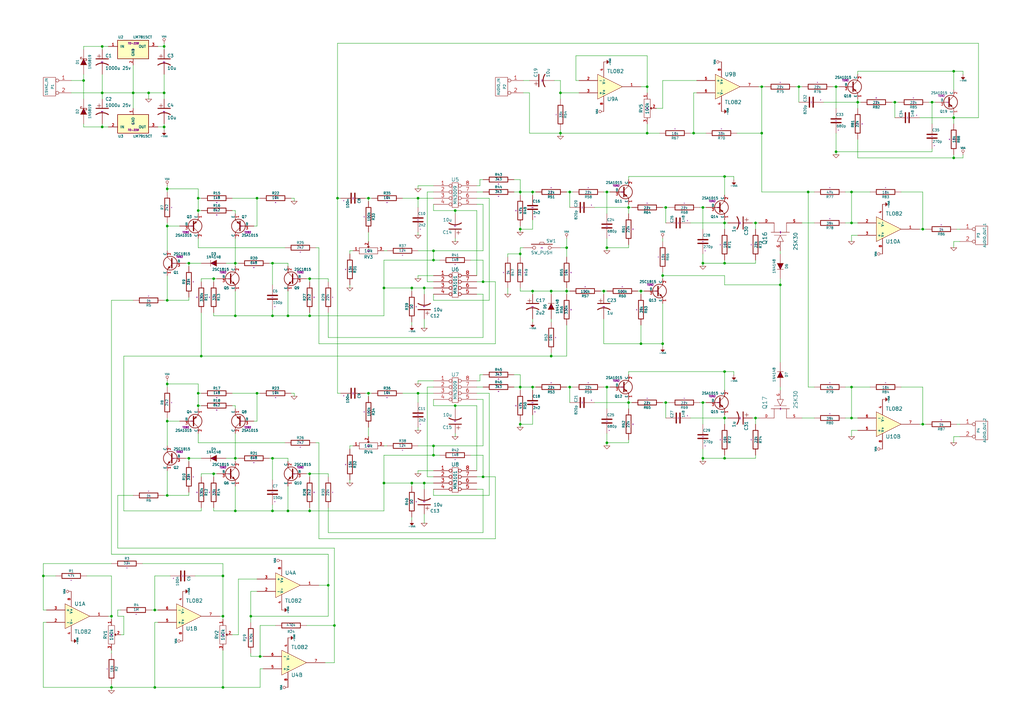
<source format=kicad_sch>
(kicad_sch (version 20250114) (generator "eeschema") (generator_version "9.0")
  (paper "A3")
  (title_block (title "Roland Juno-60 chorus board clone") (date "12 sep 2015") (rev "4") (company "GliGli's DIY"))
  (junction (at 60.96 38.1))
  (junction (at 213.36 78.74))
  (junction (at 151.13 161.29))
  (junction (at 177.8 186.69))
  (junction (at 157.48 198.12))
  (junction (at 232.41 119.38))
  (junction (at 77.47 187.96))
  (junction (at 151.13 81.28))
  (junction (at 171.45 81.28))
  (junction (at 378.46 93.98))
  (junction (at 134.62 240.03))
  (junction (at 257.81 85.09))
  (junction (at 168.91 198.12))
  (junction (at 45.72 281.94))
  (junction (at 67.31 19.05))
  (junction (at 248.92 158.75))
  (junction (at 137.16 256.54))
  (junction (at 82.55 146.05))
  (junction (at 81.28 86.36))
  (junction (at 91.44 281.94))
  (junction (at 87.63 194.31))
  (junction (at 391.16 48.26))
  (junction (at 229.87 54.61))
  (junction (at 213.36 93.98))
  (junction (at 297.18 171.45))
  (junction (at 288.29 187.96))
  (junction (at 273.05 165.1))
  (junction (at 297.18 152.4))
  (junction (at 127 114.3))
  (junction (at 173.99 118.11))
  (junction (at 41.91 19.05))
  (junction (at 118.11 209.55))
  (junction (at 265.43 35.56))
  (junction (at 378.46 173.99))
  (junction (at 177.8 102.87))
  (junction (at 265.43 54.61))
  (junction (at 271.78 113.03))
  (junction (at 138.43 81.28))
  (junction (at 186.69 86.36))
  (junction (at 68.58 203.2))
  (junction (at 226.06 146.05))
  (junction (at 248.92 181.61))
  (junction (at 96.52 209.55))
  (junction (at 233.68 78.74))
  (junction (at 391.16 29.21))
  (junction (at 118.11 129.54))
  (junction (at 34.29 33.02))
  (junction (at 247.65 119.38))
  (junction (at 213.36 104.14))
  (junction (at 273.05 85.09))
  (junction (at 391.16 64.77))
  (junction (at 96.52 187.96))
  (junction (at 63.5 281.94))
  (junction (at 67.31 52.07))
  (junction (at 177.8 182.88))
  (junction (at 17.78 236.22))
  (junction (at 68.58 92.71))
  (junction (at 218.44 158.75))
  (junction (at 127 194.31))
  (junction (at 233.68 158.75))
  (junction (at 96.52 129.54))
  (junction (at 312.42 35.56))
  (junction (at 213.36 173.99))
  (junction (at 331.47 78.74))
  (junction (at 111.76 187.96))
  (junction (at 248.92 78.74))
  (junction (at 288.29 165.1))
  (junction (at 257.81 165.1))
  (junction (at 213.36 158.75))
  (junction (at 320.04 116.84))
  (junction (at 271.78 140.97))
  (junction (at 81.28 166.37))
  (junction (at 288.29 107.95))
  (junction (at 127 209.55))
  (junction (at 218.44 78.74))
  (junction (at 41.91 38.1))
  (junction (at 229.87 38.1))
  (junction (at 111.76 129.54))
  (junction (at 288.29 85.09))
  (junction (at 349.25 91.44))
  (junction (at 351.79 41.91))
  (junction (at 68.58 157.48))
  (junction (at 96.52 107.95))
  (junction (at 87.63 114.3))
  (junction (at 349.25 171.45))
  (junction (at 232.41 101.6))
  (junction (at 367.03 41.91))
  (junction (at 342.9 35.56))
  (junction (at 262.89 119.38))
  (junction (at 102.87 252.73))
  (junction (at 198.12 115.57))
  (junction (at 309.88 171.45))
  (junction (at 349.25 78.74))
  (junction (at 91.44 252.73))
  (junction (at 297.18 107.95))
  (junction (at 342.9 62.23))
  (junction (at 68.58 123.19))
  (junction (at 54.61 38.1))
  (junction (at 186.69 166.37))
  (junction (at 297.18 187.96))
  (junction (at 177.8 106.68))
  (junction (at 262.89 140.97))
  (junction (at 127 129.54))
  (junction (at 68.58 172.72))
  (junction (at 168.91 118.11))
  (junction (at 327.66 35.56))
  (junction (at 382.27 41.91))
  (junction (at 91.44 236.22))
  (junction (at 309.88 91.44))
  (junction (at 81.28 81.28))
  (junction (at 349.25 158.75))
  (junction (at 68.58 77.47))
  (junction (at 297.18 72.39))
  (junction (at 41.91 52.07))
  (junction (at 218.44 119.38))
  (junction (at 226.06 119.38))
  (junction (at 284.48 54.61))
  (junction (at 67.31 38.1))
  (junction (at 77.47 107.95))
  (junction (at 111.76 209.55))
  (junction (at 312.42 54.61))
  (junction (at 111.76 107.95))
  (junction (at 45.72 252.73))
  (junction (at 173.99 198.12))
  (junction (at 105.41 81.28))
  (junction (at 63.5 250.19))
  (junction (at 105.41 161.29))
  (junction (at 157.48 118.11))
  (junction (at 198.12 195.58))
  (junction (at 106.68 269.24))
  (junction (at 81.28 161.29))
  (junction (at 297.18 91.44))
  (junction (at 171.45 161.29))
  (junction (at 248.92 101.6))
  (wire (pts (xy 134.62 227.33) (xy 134.62 240.03)))
  (wire (pts (xy 195.58 166.37) (xy 195.58 193.04)))
  (wire (pts (xy 369.57 158.75) (xy 378.46 158.75)))
  (wire (pts (xy 143.51 182.88) (xy 144.78 182.88)))
  (wire (pts (xy 401.32 17.78) (xy 138.43 17.78)))
  (wire (pts (xy 297.18 91.44) (xy 297.18 93.98)))
  (wire (pts (xy 342.9 62.23) (xy 382.27 62.23)))
  (wire (pts (xy 45.72 266.7) (xy 45.72 267.97)))
  (wire (pts (xy 262.89 119.38) (xy 262.89 120.65)))
  (wire (pts (xy 137.16 256.54) (xy 125.73 256.54)))
  (wire (pts (xy 218.44 119.38) (xy 226.06 119.38)))
  (wire (pts (xy 60.96 38.1) (xy 60.96 40.64)))
  (wire (pts (xy 200.66 161.29) (xy 200.66 203.2)))
  (wire (pts (xy 67.31 52.07) (xy 67.31 53.34)))
  (wire (pts (xy 143.51 102.87) (xy 144.78 102.87)))
  (wire (pts (xy 271.78 33.02) (xy 285.75 33.02)))
  (wire (pts (xy 41.91 30.48) (xy 41.91 38.1)))
  (wire (pts (xy 247.65 119.38) (xy 247.65 120.65)))
  (wire (pts (xy 45.72 227.33) (xy 45.72 123.19)))
  (wire (pts (xy 229.87 38.1) (xy 229.87 40.64)))
  (wire (pts (xy 218.44 158.75) (xy 218.44 160.02)))
  (wire (pts (xy 378.46 173.99) (xy 379.73 173.99)))
  (wire (pts (xy 198.12 106.68) (xy 198.12 115.57)))
  (wire (pts (xy 138.43 81.28) (xy 138.43 161.29)))
  (wire (pts (xy 81.28 86.36) (xy 81.28 87.63)))
  (wire (pts (xy 247.65 78.74) (xy 248.92 78.74)))
  (wire (pts (xy 96.52 199.39) (xy 96.52 209.55)))
  (wire (pts (xy 257.81 85.09) (xy 257.81 87.63)))
  (wire (pts (xy 81.28 166.37) (xy 81.28 167.64)))
  (wire (pts (xy 265.43 35.56) (xy 265.43 38.1)))
  (wire (pts (xy 297.18 113.03) (xy 297.18 116.84)))
  (wire (pts (xy 288.29 184.15) (xy 288.29 187.96)))
  (wire (pts (xy 391.16 181.61) (xy 391.16 179.07)))
  (wire (pts (xy 213.36 92.71) (xy 213.36 93.98)))
  (wire (pts (xy 257.81 165.1) (xy 259.08 165.1)))
  (wire (pts (xy 273.05 85.09) (xy 274.32 85.09)))
  (wire (pts (xy 81.28 157.48) (xy 68.58 157.48)))
  (wire (pts (xy 382.27 41.91) (xy 383.54 41.91)))
  (wire (pts (xy 173.99 198.12) (xy 177.8 198.12)))
  (wire (pts (xy 320.04 116.84) (xy 320.04 148.59)))
  (wire (pts (xy 248.92 181.61) (xy 257.81 181.61)))
  (wire (pts (xy 96.52 187.96) (xy 97.79 187.96)))
  (wire (pts (xy 96.52 187.96) (xy 96.52 189.23)))
  (wire (pts (xy 257.81 101.6) (xy 257.81 100.33)))
  (wire (pts (xy 297.18 152.4) (xy 297.18 160.02)))
  (wire (pts (xy 82.55 86.36) (xy 81.28 86.36)))
  (wire (pts (xy 346.71 91.44) (xy 349.25 91.44)))
  (wire (pts (xy 195.58 81.28) (xy 200.66 81.28)))
  (wire (pts (xy 248.92 167.64) (xy 248.92 158.75)))
  (wire (pts (xy 67.31 123.19) (xy 68.58 123.19)))
  (wire (pts (xy 87.63 208.28) (xy 87.63 209.55)))
  (wire (pts (xy 265.43 22.86) (xy 265.43 35.56)))
  (wire (pts (xy 351.79 40.64) (xy 351.79 41.91)))
  (wire (pts (xy 143.51 104.14) (xy 143.51 102.87)))
  (wire (pts (xy 297.18 116.84) (xy 320.04 116.84)))
  (wire (pts (xy 134.62 252.73) (xy 102.87 252.73)))
  (wire (pts (xy 351.79 30.48) (xy 351.79 29.21)))
  (wire (pts (xy 17.78 231.14) (xy 17.78 236.22)))
  (wire (pts (xy 127 194.31) (xy 127 195.58)))
  (wire (pts (xy 87.63 128.27) (xy 87.63 129.54)))
  (wire (pts (xy 118.11 129.54) (xy 111.76 129.54)))
  (wire (pts (xy 195.58 195.58) (xy 198.12 195.58)))
  (wire (pts (xy 213.36 101.6) (xy 214.63 101.6)))
  (wire (pts (xy 236.22 22.86) (xy 265.43 22.86)))
  (wire (pts (xy 48.26 252.73) (xy 48.26 250.19)))
  (wire (pts (xy 177.8 182.88) (xy 198.12 182.88)))
  (wire (pts (xy 168.91 133.35) (xy 168.91 132.08)))
  (wire (pts (xy 91.44 236.22) (xy 91.44 252.73)))
  (wire (pts (xy 284.48 54.61) (xy 289.56 54.61)))
  (wire (pts (xy 203.2 220.98) (xy 203.2 195.58)))
  (wire (pts (xy 96.52 107.95) (xy 97.79 107.95)))
  (wire (pts (xy 195.58 158.75) (xy 198.12 158.75)))
  (wire (pts (xy 198.12 218.44) (xy 198.12 200.66)))
  (wire (pts (xy 195.58 161.29) (xy 200.66 161.29)))
  (wire (pts (xy 54.61 38.1) (xy 60.96 38.1)))
  (wire (pts (xy 111.76 127) (xy 111.76 129.54)))
  (wire (pts (xy 104.14 92.71) (xy 105.41 92.71)))
  (wire (pts (xy 134.62 240.03) (xy 134.62 252.73)))
  (wire (pts (xy 175.26 195.58) (xy 175.26 158.75)))
  (wire (pts (xy 273.05 91.44) (xy 273.05 85.09)))
  (wire (pts (xy 173.99 198.12) (xy 173.99 200.66)))
  (wire (pts (xy 45.72 123.19) (xy 54.61 123.19)))
  (wire (pts (xy 213.36 119.38) (xy 218.44 119.38)))
  (wire (pts (xy 198.12 195.58) (xy 203.2 195.58)))
  (wire (pts (xy 198.12 138.43) (xy 198.12 120.65)))
  (wire (pts (xy 50.8 252.73) (xy 48.26 252.73)))
  (wire (pts (xy 95.25 166.37) (xy 96.52 166.37)))
  (wire (pts (xy 171.45 161.29) (xy 177.8 161.29)))
  (wire (pts (xy 218.44 93.98) (xy 218.44 90.17)))
  (wire (pts (xy 297.18 170.18) (xy 297.18 171.45)))
  (wire (pts (xy 210.82 153.67) (xy 213.36 153.67)))
  (wire (pts (xy 351.79 41.91) (xy 351.79 44.45)))
  (wire (pts (xy 106.68 256.54) (xy 113.03 256.54)))
  (wire (pts (xy 111.76 116.84) (xy 111.76 107.95)))
  (wire (pts (xy 271.78 44.45) (xy 271.78 33.02)))
  (wire (pts (xy 257.81 73.66) (xy 257.81 72.39)))
  (wire (pts (xy 41.91 52.07) (xy 44.45 52.07)))
  (wire (pts (xy 67.31 19.05) (xy 67.31 20.32)))
  (wire (pts (xy 77.47 187.96) (xy 82.55 187.96)))
  (wire (pts (xy 247.65 140.97) (xy 262.89 140.97)))
  (wire (pts (xy 127 114.3) (xy 127 115.57)))
  (wire (pts (xy 130.81 220.98) (xy 203.2 220.98)))
  (wire (pts (xy 203.2 140.97) (xy 203.2 115.57)))
  (wire (pts (xy 195.58 76.2) (xy 196.85 76.2)))
  (wire (pts (xy 177.8 86.36) (xy 186.69 86.36)))
  (wire (pts (xy 129.54 101.6) (xy 130.81 101.6)))
  (wire (pts (xy 257.81 85.09) (xy 259.08 85.09)))
  (wire (pts (xy 198.12 120.65) (xy 195.58 120.65)))
  (wire (pts (xy 232.41 78.74) (xy 233.68 78.74)))
  (wire (pts (xy 67.31 203.2) (xy 68.58 203.2)))
  (wire (pts (xy 312.42 54.61) (xy 312.42 78.74)))
  (wire (pts (xy 68.58 123.19) (xy 77.47 123.19)))
  (wire (pts (xy 269.24 44.45) (xy 271.78 44.45)))
  (wire (pts (xy 331.47 78.74) (xy 334.01 78.74)))
  (wire (pts (xy 213.36 158.75) (xy 213.36 160.02)))
  (wire (pts (xy 68.58 203.2) (xy 77.47 203.2)))
  (wire (pts (xy 102.87 269.24) (xy 106.68 269.24)))
  (wire (pts (xy 87.63 195.58) (xy 87.63 194.31)))
  (wire (pts (xy 213.36 173.99) (xy 213.36 175.26)))
  (wire (pts (xy 195.58 163.83) (xy 198.12 163.83)))
  (wire (pts (xy 95.25 86.36) (xy 96.52 86.36)))
  (wire (pts (xy 143.51 118.11) (xy 143.51 116.84)))
  (wire (pts (xy 151.13 179.07) (xy 151.13 175.26)))
  (wire (pts (xy 213.36 158.75) (xy 218.44 158.75)))
  (wire (pts (xy 158.75 182.88) (xy 157.48 182.88)))
  (wire (pts (xy 34.29 50.8) (xy 34.29 52.07)))
  (wire (pts (xy 233.68 78.74) (xy 234.95 78.74)))
  (wire (pts (xy 312.42 35.56) (xy 313.69 35.56)))
  (wire (pts (xy 111.76 207.01) (xy 111.76 209.55)))
  (wire (pts (xy 208.28 105.41) (xy 208.28 104.14)))
  (wire (pts (xy 200.66 203.2) (xy 177.8 203.2)))
  (wire (pts (xy 41.91 38.1) (xy 54.61 38.1)))
  (wire (pts (xy 265.43 54.61) (xy 270.51 54.61)))
  (wire (pts (xy 262.89 133.35) (xy 262.89 140.97)))
  (wire (pts (xy 213.36 104.14) (xy 213.36 105.41)))
  (wire (pts (xy 328.93 171.45) (xy 334.01 171.45)))
  (wire (pts (xy 168.91 198.12) (xy 168.91 199.39)))
  (wire (pts (xy 232.41 158.75) (xy 233.68 158.75)))
  (wire (pts (xy 48.26 203.2) (xy 54.61 203.2)))
  (wire (pts (xy 391.16 99.06) (xy 393.7 99.06)))
  (wire (pts (xy 91.44 281.94) (xy 91.44 266.7)))
  (wire (pts (xy 48.26 250.19) (xy 49.53 250.19)))
  (wire (pts (xy 232.41 118.11) (xy 232.41 119.38)))
  (wire (pts (xy 68.58 156.21) (xy 68.58 157.48)))
  (wire (pts (xy 288.29 187.96) (xy 297.18 187.96)))
  (wire (pts (xy 218.44 78.74) (xy 219.71 78.74)))
  (wire (pts (xy 349.25 91.44) (xy 349.25 78.74)))
  (wire (pts (xy 68.58 91.44) (xy 68.58 92.71)))
  (wire (pts (xy 134.62 227.33) (xy 45.72 227.33)))
  (wire (pts (xy 177.8 166.37) (xy 186.69 166.37)))
  (wire (pts (xy 96.52 129.54) (xy 87.63 129.54)))
  (wire (pts (xy 17.78 281.94) (xy 45.72 281.94)))
  (wire (pts (xy 177.8 123.19) (xy 177.8 120.65)))
  (wire (pts (xy 134.62 194.31) (xy 134.62 195.58)))
  (wire (pts (xy 309.88 107.95) (xy 309.88 106.68)))
  (wire (pts (xy 210.82 78.74) (xy 213.36 78.74)))
  (wire (pts (xy 81.28 77.47) (xy 81.28 81.28)))
  (wire (pts (xy 265.43 54.61) (xy 265.43 50.8)))
  (wire (pts (xy 229.87 33.02) (xy 229.87 38.1)))
  (wire (pts (xy 130.81 240.03) (xy 134.62 240.03)))
  (wire (pts (xy 177.8 106.68) (xy 180.34 106.68)))
  (wire (pts (xy 288.29 107.95) (xy 288.29 109.22)))
  (wire (pts (xy 193.04 106.68) (xy 198.12 106.68)))
  (wire (pts (xy 81.28 81.28) (xy 82.55 81.28)))
  (wire (pts (xy 41.91 19.05) (xy 44.45 19.05)))
  (wire (pts (xy 300.99 152.4) (xy 300.99 153.67)))
  (wire (pts (xy 218.44 173.99) (xy 218.44 170.18)))
  (wire (pts (xy 377.19 93.98) (xy 378.46 93.98)))
  (wire (pts (xy 171.45 96.52) (xy 171.45 95.25)))
  (wire (pts (xy 92.71 187.96) (xy 96.52 187.96)))
  (wire (pts (xy 118.11 187.96) (xy 118.11 189.23)))
  (wire (pts (xy 81.28 181.61) (xy 81.28 177.8)))
  (wire (pts (xy 309.88 91.44) (xy 311.15 91.44)))
  (wire (pts (xy 331.47 78.74) (xy 331.47 158.75)))
  (wire (pts (xy 300.99 72.39) (xy 300.99 73.66)))
  (wire (pts (xy 308.61 171.45) (xy 309.88 171.45)))
  (wire (pts (xy 151.13 99.06) (xy 151.13 95.25)))
  (wire (pts (xy 257.81 163.83) (xy 257.81 165.1)))
  (wire (pts (xy 369.57 78.74) (xy 378.46 78.74)))
  (wire (pts (xy 81.28 157.48) (xy 81.28 161.29)))
  (wire (pts (xy 232.41 97.79) (xy 232.41 101.6)))
  (wire (pts (xy 247.65 158.75) (xy 248.92 158.75)))
  (wire (pts (xy 118.11 209.55) (xy 111.76 209.55)))
  (wire (pts (xy 297.18 91.44) (xy 298.45 91.44)))
  (wire (pts (xy 273.05 171.45) (xy 273.05 165.1)))
  (wire (pts (xy 105.41 81.28) (xy 106.68 81.28)))
  (wire (pts (xy 111.76 196.85) (xy 111.76 187.96)))
  (wire (pts (xy 130.81 181.61) (xy 130.81 220.98)))
  (wire (pts (xy 106.68 269.24) (xy 107.95 269.24)))
  (wire (pts (xy 82.55 166.37) (xy 81.28 166.37)))
  (wire (pts (xy 82.55 209.55) (xy 50.8 209.55)))
  (wire (pts (xy 284.48 54.61) (xy 284.48 38.1)))
  (wire (pts (xy 213.36 153.67) (xy 213.36 158.75)))
  (wire (pts (xy 229.87 33.02) (xy 227.33 33.02)))
  (wire (pts (xy 137.16 224.79) (xy 137.16 256.54)))
  (wire (pts (xy 68.58 76.2) (xy 68.58 77.47)))
  (wire (pts (xy 45.72 236.22) (xy 45.72 252.73)))
  (wire (pts (xy 271.78 111.76) (xy 271.78 113.03)))
  (wire (pts (xy 346.71 158.75) (xy 349.25 158.75)))
  (wire (pts (xy 229.87 38.1) (xy 237.49 38.1)))
  (wire (pts (xy 248.92 78.74) (xy 250.19 78.74)))
  (wire (pts (xy 97.79 237.49) (xy 105.41 237.49)))
  (wire (pts (xy 378.46 93.98) (xy 379.73 93.98)))
  (wire (pts (xy 34.29 20.32) (xy 34.29 19.05)))
  (wire (pts (xy 134.62 138.43) (xy 198.12 138.43)))
  (wire (pts (xy 165.1 161.29) (xy 171.45 161.29)))
  (wire (pts (xy 247.65 119.38) (xy 248.92 119.38)))
  (wire (pts (xy 186.69 87.63) (xy 186.69 86.36)))
  (wire (pts (xy 198.12 102.87) (xy 198.12 83.82)))
  (wire (pts (xy 105.41 92.71) (xy 105.41 81.28)))
  (wire (pts (xy 297.18 90.17) (xy 297.18 91.44)))
  (wire (pts (xy 127 209.55) (xy 118.11 209.55)))
  (wire (pts (xy 41.91 20.32) (xy 41.91 19.05)))
  (wire (pts (xy 186.69 86.36) (xy 195.58 86.36)))
  (wire (pts (xy 218.44 130.81) (xy 218.44 132.08)))
  (wire (pts (xy 218.44 158.75) (xy 219.71 158.75)))
  (wire (pts (xy 177.8 102.87) (xy 198.12 102.87)))
  (wire (pts (xy 311.15 35.56) (xy 312.42 35.56)))
  (wire (pts (xy 127 129.54) (xy 118.11 129.54)))
  (wire (pts (xy 288.29 93.98) (xy 288.29 85.09)))
  (wire (pts (xy 218.44 78.74) (xy 218.44 80.01)))
  (wire (pts (xy 68.58 77.47) (xy 68.58 78.74)))
  (wire (pts (xy 271.78 99.06) (xy 271.78 97.79)))
  (wire (pts (xy 213.36 78.74) (xy 213.36 80.01)))
  (wire (pts (xy 271.78 85.09) (xy 273.05 85.09)))
  (wire (pts (xy 22.86 236.22) (xy 17.78 236.22)))
  (wire (pts (xy 91.44 231.14) (xy 91.44 236.22)))
  (wire (pts (xy 312.42 35.56) (xy 312.42 54.61)))
  (wire (pts (xy 102.87 242.57) (xy 105.41 242.57)))
  (wire (pts (xy 195.58 156.21) (xy 196.85 156.21)))
  (wire (pts (xy 196.85 73.66) (xy 198.12 73.66)))
  (wire (pts (xy 157.48 186.69) (xy 157.48 198.12)))
  (wire (pts (xy 331.47 158.75) (xy 334.01 158.75)))
  (wire (pts (xy 236.22 33.02) (xy 236.22 22.86)))
  (wire (pts (xy 271.78 165.1) (xy 273.05 165.1)))
  (wire (pts (xy 45.72 281.94) (xy 63.5 281.94)))
  (wire (pts (xy 248.92 177.8) (xy 248.92 181.61)))
  (wire (pts (xy 171.45 182.88) (xy 177.8 182.88)))
  (wire (pts (xy 198.12 182.88) (xy 198.12 163.83)))
  (wire (pts (xy 63.5 255.27) (xy 64.77 255.27)))
  (wire (pts (xy 195.58 78.74) (xy 198.12 78.74)))
  (wire (pts (xy 67.31 38.1) (xy 67.31 40.64)))
  (wire (pts (xy 273.05 165.1) (xy 274.32 165.1)))
  (wire (pts (xy 198.12 200.66) (xy 195.58 200.66)))
  (wire (pts (xy 297.18 107.95) (xy 309.88 107.95)))
  (wire (pts (xy 171.45 193.04) (xy 177.8 193.04)))
  (wire (pts (xy 173.99 214.63) (xy 173.99 210.82)))
  (wire (pts (xy 394.97 29.21) (xy 394.97 30.48)))
  (wire (pts (xy 312.42 78.74) (xy 331.47 78.74)))
  (wire (pts (xy 391.16 48.26) (xy 401.32 48.26)))
  (wire (pts (xy 17.78 250.19) (xy 19.05 250.19)))
  (wire (pts (xy 130.81 140.97) (xy 203.2 140.97)))
  (wire (pts (xy 91.44 236.22) (xy 80.01 236.22)))
  (wire (pts (xy 177.8 83.82) (xy 177.8 86.36)))
  (wire (pts (xy 35.56 236.22) (xy 45.72 236.22)))
  (wire (pts (xy 68.58 92.71) (xy 73.66 92.71)))
  (wire (pts (xy 171.45 102.87) (xy 177.8 102.87)))
  (wire (pts (xy 106.68 274.32) (xy 107.95 274.32)))
  (wire (pts (xy 232.41 101.6) (xy 232.41 105.41)))
  (wire (pts (xy 157.48 198.12) (xy 157.48 209.55)))
  (wire (pts (xy 349.25 158.75) (xy 356.87 158.75)))
  (wire (pts (xy 349.25 179.07) (xy 349.25 176.53)))
  (wire (pts (xy 87.63 194.31) (xy 88.9 194.31)))
  (wire (pts (xy 158.75 102.87) (xy 157.48 102.87)))
  (wire (pts (xy 327.66 35.56) (xy 327.66 41.91)))
  (wire (pts (xy 81.28 77.47) (xy 68.58 77.47)))
  (wire (pts (xy 95.25 81.28) (xy 105.41 81.28)))
  (wire (pts (xy 54.61 26.67) (xy 54.61 38.1)))
  (wire (pts (xy 229.87 54.61) (xy 229.87 55.88)))
  (wire (pts (xy 151.13 82.55) (xy 151.13 81.28)))
  (wire (pts (xy 349.25 176.53) (xy 351.79 176.53)))
  (wire (pts (xy 175.26 158.75) (xy 177.8 158.75)))
  (wire (pts (xy 392.43 173.99) (xy 393.7 173.99)))
  (wire (pts (xy 217.17 33.02) (xy 214.63 33.02)))
  (wire (pts (xy 288.29 107.95) (xy 297.18 107.95)))
  (wire (pts (xy 151.13 161.29) (xy 152.4 161.29)))
  (wire (pts (xy 41.91 50.8) (xy 41.91 52.07)))
  (wire (pts (xy 137.16 271.78) (xy 133.35 271.78)))
  (wire (pts (xy 45.72 252.73) (xy 45.72 254)))
  (wire (pts (xy 157.48 129.54) (xy 127 129.54)))
  (wire (pts (xy 175.26 115.57) (xy 177.8 115.57)))
  (wire (pts (xy 186.69 166.37) (xy 195.58 166.37)))
  (wire (pts (xy 17.78 281.94) (xy 17.78 255.27)))
  (wire (pts (xy 394.97 64.77) (xy 394.97 63.5)))
  (wire (pts (xy 111.76 129.54) (xy 96.52 129.54)))
  (wire (pts (xy 248.92 158.75) (xy 250.19 158.75)))
  (wire (pts (xy 96.52 209.55) (xy 87.63 209.55)))
  (wire (pts (xy 63.5 281.94) (xy 91.44 281.94)))
  (wire (pts (xy 130.81 101.6) (xy 130.81 140.97)))
  (wire (pts (xy 177.8 203.2) (xy 177.8 200.66)))
  (wire (pts (xy 125.73 114.3) (xy 127 114.3)))
  (wire (pts (xy 351.79 64.77) (xy 351.79 57.15)))
  (wire (pts (xy 106.68 256.54) (xy 106.68 269.24)))
  (wire (pts (xy 171.45 114.3) (xy 171.45 113.03)))
  (wire (pts (xy 378.46 158.75) (xy 378.46 173.99)))
  (wire (pts (xy 68.58 113.03) (xy 68.58 123.19)))
  (wire (pts (xy 297.18 107.95) (xy 297.18 106.68)))
  (wire (pts (xy 171.45 156.21) (xy 177.8 156.21)))
  (wire (pts (xy 195.58 115.57) (xy 198.12 115.57)))
  (wire (pts (xy 213.36 173.99) (xy 218.44 173.99)))
  (wire (pts (xy 34.29 33.02) (xy 34.29 40.64)))
  (wire (pts (xy 82.55 194.31) (xy 87.63 194.31)))
  (wire (pts (xy 320.04 114.3) (xy 320.04 116.84)))
  (wire (pts (xy 50.8 146.05) (xy 82.55 146.05)))
  (wire (pts (xy 68.58 171.45) (xy 68.58 172.72)))
  (wire (pts (xy 149.86 81.28) (xy 151.13 81.28)))
  (wire (pts (xy 82.55 195.58) (xy 82.55 194.31)))
  (wire (pts (xy 76.2 107.95) (xy 77.47 107.95)))
  (wire (pts (xy 287.02 85.09) (xy 288.29 85.09)))
  (wire (pts (xy 44.45 252.73) (xy 45.72 252.73)))
  (wire (pts (xy 341.63 35.56) (xy 342.9 35.56)))
  (wire (pts (xy 233.68 158.75) (xy 234.95 158.75)))
  (wire (pts (xy 96.52 86.36) (xy 96.52 87.63)))
  (wire (pts (xy 102.87 242.57) (xy 102.87 252.73)))
  (wire (pts (xy 138.43 81.28) (xy 139.7 81.28)))
  (wire (pts (xy 349.25 171.45) (xy 351.79 171.45)))
  (wire (pts (xy 96.52 97.79) (xy 96.52 107.95)))
  (wire (pts (xy 82.55 128.27) (xy 82.55 146.05)))
  (wire (pts (xy 127 114.3) (xy 134.62 114.3)))
  (wire (pts (xy 226.06 146.05) (xy 226.06 144.78)))
  (wire (pts (xy 271.78 140.97) (xy 271.78 142.24)))
  (wire (pts (xy 213.36 73.66) (xy 213.36 78.74)))
  (wire (pts (xy 143.51 184.15) (xy 143.51 182.88)))
  (wire (pts (xy 365.76 41.91) (xy 367.03 41.91)))
  (wire (pts (xy 391.16 48.26) (xy 391.16 50.8)))
  (wire (pts (xy 271.78 113.03) (xy 271.78 114.3)))
  (wire (pts (xy 257.81 181.61) (xy 257.81 180.34)))
  (wire (pts (xy 232.41 119.38) (xy 232.41 120.65)))
  (wire (pts (xy 262.89 140.97) (xy 271.78 140.97)))
  (wire (pts (xy 186.69 167.64) (xy 186.69 166.37)))
  (wire (pts (xy 229.87 54.61) (xy 265.43 54.61)))
  (wire (pts (xy 232.41 101.6) (xy 229.87 101.6)))
  (wire (pts (xy 96.52 107.95) (xy 96.52 109.22)))
  (wire (pts (xy 391.16 29.21) (xy 391.16 36.83)))
  (wire (pts (xy 248.92 97.79) (xy 248.92 101.6)))
  (wire (pts (xy 29.21 33.02) (xy 34.29 33.02)))
  (wire (pts (xy 271.78 113.03) (xy 297.18 113.03)))
  (wire (pts (xy 168.91 213.36) (xy 168.91 212.09)))
  (wire (pts (xy 351.79 41.91) (xy 353.06 41.91)))
  (wire (pts (xy 401.32 48.26) (xy 401.32 17.78)))
  (wire (pts (xy 177.8 102.87) (xy 177.8 106.68)))
  (wire (pts (xy 134.62 218.44) (xy 198.12 218.44)))
  (wire (pts (xy 77.47 189.23) (xy 77.47 187.96)))
  (wire (pts (xy 200.66 81.28) (xy 200.66 123.19)))
  (wire (pts (xy 175.26 115.57) (xy 175.26 78.74)))
  (wire (pts (xy 257.81 72.39) (xy 297.18 72.39)))
  (wire (pts (xy 17.78 236.22) (xy 17.78 250.19)))
  (wire (pts (xy 29.21 38.1) (xy 41.91 38.1)))
  (wire (pts (xy 34.29 30.48) (xy 34.29 33.02)))
  (wire (pts (xy 232.41 146.05) (xy 232.41 133.35)))
  (wire (pts (xy 326.39 35.56) (xy 327.66 35.56)))
  (wire (pts (xy 309.88 93.98) (xy 309.88 91.44)))
  (wire (pts (xy 45.72 281.94) (xy 45.72 283.21)))
  (wire (pts (xy 226.06 146.05) (xy 232.41 146.05)))
  (wire (pts (xy 68.58 172.72) (xy 73.66 172.72)))
  (wire (pts (xy 157.48 106.68) (xy 157.48 118.11)))
  (wire (pts (xy 381 41.91) (xy 382.27 41.91)))
  (wire (pts (xy 287.02 165.1) (xy 288.29 165.1)))
  (wire (pts (xy 297.18 72.39) (xy 300.99 72.39)))
  (wire (pts (xy 288.29 187.96) (xy 288.29 189.23)))
  (wire (pts (xy 91.44 281.94) (xy 106.68 281.94)))
  (wire (pts (xy 391.16 63.5) (xy 391.16 64.77)))
  (wire (pts (xy 151.13 81.28) (xy 152.4 81.28)))
  (wire (pts (xy 288.29 165.1) (xy 289.56 165.1)))
  (wire (pts (xy 118.11 107.95) (xy 118.11 109.22)))
  (wire (pts (xy 96.52 166.37) (xy 96.52 167.64)))
  (wire (pts (xy 134.62 114.3) (xy 134.62 115.57)))
  (wire (pts (xy 320.04 104.14) (xy 320.04 102.87)))
  (wire (pts (xy 97.79 260.35) (xy 97.79 237.49)))
  (wire (pts (xy 77.47 203.2) (xy 77.47 201.93)))
  (wire (pts (xy 105.41 172.72) (xy 105.41 161.29)))
  (wire (pts (xy 284.48 38.1) (xy 285.75 38.1)))
  (wire (pts (xy 82.55 208.28) (xy 82.55 209.55)))
  (wire (pts (xy 116.84 101.6) (xy 81.28 101.6)))
  (wire (pts (xy 297.18 171.45) (xy 297.18 173.99)))
  (wire (pts (xy 210.82 73.66) (xy 213.36 73.66)))
  (wire (pts (xy 349.25 96.52) (xy 351.79 96.52)))
  (wire (pts (xy 236.22 33.02) (xy 237.49 33.02)))
  (wire (pts (xy 68.58 193.04) (xy 68.58 203.2)))
  (wire (pts (xy 377.19 173.99) (xy 378.46 173.99)))
  (wire (pts (xy 138.43 161.29) (xy 139.7 161.29)))
  (wire (pts (xy 95.25 260.35) (xy 97.79 260.35)))
  (wire (pts (xy 213.36 101.6) (xy 213.36 104.14)))
  (wire (pts (xy 346.71 78.74) (xy 349.25 78.74)))
  (wire (pts (xy 349.25 91.44) (xy 351.79 91.44)))
  (wire (pts (xy 177.8 182.88) (xy 177.8 186.69)))
  (wire (pts (xy 49.53 260.35) (xy 50.8 260.35)))
  (wire (pts (xy 17.78 255.27) (xy 19.05 255.27)))
  (wire (pts (xy 309.88 187.96) (xy 309.88 186.69)))
  (wire (pts (xy 67.31 19.05) (xy 64.77 19.05)))
  (wire (pts (xy 60.96 38.1) (xy 67.31 38.1)))
  (wire (pts (xy 105.41 161.29) (xy 106.68 161.29)))
  (wire (pts (xy 69.85 236.22) (xy 63.5 236.22)))
  (wire (pts (xy 171.45 81.28) (xy 177.8 81.28)))
  (wire (pts (xy 309.88 171.45) (xy 311.15 171.45)))
  (wire (pts (xy 125.73 194.31) (xy 127 194.31)))
  (wire (pts (xy 391.16 46.99) (xy 391.16 48.26)))
  (wire (pts (xy 297.18 187.96) (xy 297.18 186.69)))
  (wire (pts (xy 283.21 54.61) (xy 284.48 54.61)))
  (wire (pts (xy 175.26 78.74) (xy 177.8 78.74)))
  (wire (pts (xy 392.43 93.98) (xy 393.7 93.98)))
  (wire (pts (xy 81.28 161.29) (xy 82.55 161.29)))
  (wire (pts (xy 218.44 120.65) (xy 218.44 119.38)))
  (wire (pts (xy 48.26 203.2) (xy 48.26 224.79)))
  (wire (pts (xy 248.92 87.63) (xy 248.92 78.74)))
  (wire (pts (xy 391.16 64.77) (xy 394.97 64.77)))
  (wire (pts (xy 248.92 101.6) (xy 257.81 101.6)))
  (wire (pts (xy 91.44 252.73) (xy 90.17 252.73)))
  (wire (pts (xy 367.03 41.91) (xy 368.3 41.91)))
  (wire (pts (xy 120.65 81.28) (xy 120.65 82.55)))
  (wire (pts (xy 171.45 176.53) (xy 171.45 175.26)))
  (wire (pts (xy 96.52 119.38) (xy 96.52 129.54)))
  (wire (pts (xy 213.36 93.98) (xy 213.36 95.25)))
  (wire (pts (xy 342.9 35.56) (xy 344.17 35.56)))
  (wire (pts (xy 157.48 198.12) (xy 168.91 198.12)))
  (wire (pts (xy 377.19 48.26) (xy 391.16 48.26)))
  (wire (pts (xy 168.91 118.11) (xy 168.91 119.38)))
  (wire (pts (xy 246.38 119.38) (xy 247.65 119.38)))
  (wire (pts (xy 119.38 81.28) (xy 120.65 81.28)))
  (wire (pts (xy 196.85 76.2) (xy 196.85 73.66)))
  (wire (pts (xy 171.45 165.1) (xy 171.45 161.29)))
  (wire (pts (xy 120.65 161.29) (xy 120.65 162.56)))
  (wire (pts (xy 110.49 187.96) (xy 111.76 187.96)))
  (wire (pts (xy 342.9 62.23) (xy 342.9 63.5)))
  (wire (pts (xy 171.45 76.2) (xy 177.8 76.2)))
  (wire (pts (xy 367.03 48.26) (xy 367.03 41.91)))
  (wire (pts (xy 288.29 104.14) (xy 288.29 107.95)))
  (wire (pts (xy 127 194.31) (xy 134.62 194.31)))
  (wire (pts (xy 196.85 156.21) (xy 196.85 153.67)))
  (wire (pts (xy 213.36 78.74) (xy 218.44 78.74)))
  (wire (pts (xy 382.27 50.8) (xy 382.27 41.91)))
  (wire (pts (xy 63.5 236.22) (xy 63.5 250.19)))
  (wire (pts (xy 129.54 181.61) (xy 130.81 181.61)))
  (wire (pts (xy 34.29 19.05) (xy 41.91 19.05)))
  (wire (pts (xy 346.71 171.45) (xy 349.25 171.45)))
  (wire (pts (xy 134.62 128.27) (xy 134.62 138.43)))
  (wire (pts (xy 328.93 91.44) (xy 334.01 91.44)))
  (wire (pts (xy 391.16 29.21) (xy 394.97 29.21)))
  (wire (pts (xy 82.55 115.57) (xy 82.55 114.3)))
  (wire (pts (xy 63.5 250.19) (xy 64.77 250.19)))
  (wire (pts (xy 45.72 280.67) (xy 45.72 281.94)))
  (wire (pts (xy 233.68 78.74) (xy 233.68 85.09)))
  (wire (pts (xy 54.61 38.1) (xy 54.61 44.45)))
  (wire (pts (xy 62.23 250.19) (xy 63.5 250.19)))
  (wire (pts (xy 67.31 50.8) (xy 67.31 52.07)))
  (wire (pts (xy 77.47 107.95) (xy 82.55 107.95)))
  (wire (pts (xy 349.25 99.06) (xy 349.25 96.52)))
  (wire (pts (xy 116.84 181.61) (xy 81.28 181.61)))
  (wire (pts (xy 111.76 209.55) (xy 96.52 209.55)))
  (wire (pts (xy 157.48 118.11) (xy 157.48 129.54)))
  (wire (pts (xy 257.81 153.67) (xy 257.81 152.4)))
  (wire (pts (xy 213.36 118.11) (xy 213.36 119.38)))
  (wire (pts (xy 81.28 161.29) (xy 81.28 166.37)))
  (wire (pts (xy 297.18 171.45) (xy 298.45 171.45)))
  (wire (pts (xy 208.28 118.11) (xy 208.28 120.65)))
  (wire (pts (xy 271.78 124.46) (xy 271.78 140.97)))
  (wire (pts (xy 288.29 173.99) (xy 288.29 165.1)))
  (wire (pts (xy 297.18 152.4) (xy 300.99 152.4)))
  (wire (pts (xy 196.85 153.67) (xy 198.12 153.67)))
  (wire (pts (xy 77.47 123.19) (xy 77.47 121.92)))
  (wire (pts (xy 48.26 224.79) (xy 137.16 224.79)))
  (wire (pts (xy 95.25 161.29) (xy 105.41 161.29)))
  (wire (pts (xy 288.29 85.09) (xy 289.56 85.09)))
  (wire (pts (xy 337.82 41.91) (xy 351.79 41.91)))
  (wire (pts (xy 102.87 267.97) (xy 102.87 269.24)))
  (wire (pts (xy 214.63 38.1) (xy 217.17 38.1)))
  (wire (pts (xy 171.45 113.03) (xy 177.8 113.03)))
  (wire (pts (xy 87.63 114.3) (xy 88.9 114.3)))
  (wire (pts (xy 82.55 146.05) (xy 226.06 146.05)))
  (wire (pts (xy 229.87 53.34) (xy 229.87 54.61)))
  (wire (pts (xy 17.78 231.14) (xy 45.72 231.14)))
  (wire (pts (xy 68.58 172.72) (xy 68.58 182.88)))
  (wire (pts (xy 283.21 91.44) (xy 297.18 91.44)))
  (wire (pts (xy 213.36 93.98) (xy 218.44 93.98)))
  (wire (pts (xy 104.14 172.72) (xy 105.41 172.72)))
  (wire (pts (xy 198.12 186.69) (xy 198.12 195.58)))
  (wire (pts (xy 308.61 91.44) (xy 309.88 91.44)))
  (wire (pts (xy 186.69 99.06) (xy 186.69 97.79)))
  (wire (pts (xy 351.79 29.21) (xy 391.16 29.21)))
  (wire (pts (xy 91.44 252.73) (xy 91.44 254)))
  (wire (pts (xy 351.79 64.77) (xy 391.16 64.77)))
  (wire (pts (xy 200.66 123.19) (xy 177.8 123.19)))
  (wire (pts (xy 157.48 106.68) (xy 177.8 106.68)))
  (wire (pts (xy 177.8 186.69) (xy 180.34 186.69)))
  (wire (pts (xy 327.66 35.56) (xy 328.93 35.56)))
  (wire (pts (xy 41.91 38.1) (xy 41.91 40.64)))
  (wire (pts (xy 198.12 115.57) (xy 203.2 115.57)))
  (wire (pts (xy 92.71 107.95) (xy 96.52 107.95)))
  (wire (pts (xy 68.58 157.48) (xy 68.58 158.75)))
  (wire (pts (xy 226.06 119.38) (xy 226.06 120.65)))
  (wire (pts (xy 265.43 35.56) (xy 262.89 35.56)))
  (wire (pts (xy 171.45 85.09) (xy 171.45 81.28)))
  (wire (pts (xy 171.45 157.48) (xy 171.45 156.21)))
  (wire (pts (xy 157.48 209.55) (xy 127 209.55)))
  (wire (pts (xy 173.99 134.62) (xy 173.99 130.81)))
  (wire (pts (xy 168.91 118.11) (xy 173.99 118.11)))
  (wire (pts (xy 320.04 158.75) (xy 320.04 160.02)))
  (wire (pts (xy 257.81 165.1) (xy 257.81 167.64)))
  (wire (pts (xy 96.52 177.8) (xy 96.52 187.96)))
  (wire (pts (xy 58.42 231.14) (xy 91.44 231.14)))
  (wire (pts (xy 81.28 101.6) (xy 81.28 97.79)))
  (wire (pts (xy 262.89 119.38) (xy 264.16 119.38)))
  (wire (pts (xy 118.11 199.39) (xy 118.11 209.55)))
  (wire (pts (xy 186.69 179.07) (xy 186.69 177.8)))
  (wire (pts (xy 157.48 118.11) (xy 168.91 118.11)))
  (wire (pts (xy 134.62 208.28) (xy 134.62 218.44)))
  (wire (pts (xy 151.13 162.56) (xy 151.13 161.29)))
  (wire (pts (xy 283.21 171.45) (xy 297.18 171.45)))
  (wire (pts (xy 67.31 17.78) (xy 67.31 19.05)))
  (wire (pts (xy 243.84 85.09) (xy 257.81 85.09)))
  (wire (pts (xy 378.46 78.74) (xy 378.46 93.98)))
  (wire (pts (xy 247.65 130.81) (xy 247.65 140.97)))
  (wire (pts (xy 168.91 198.12) (xy 173.99 198.12)))
  (wire (pts (xy 171.45 77.47) (xy 171.45 76.2)))
  (wire (pts (xy 68.58 92.71) (xy 68.58 102.87)))
  (wire (pts (xy 127 209.55) (xy 127 208.28)))
  (wire (pts (xy 34.29 52.07) (xy 41.91 52.07)))
  (wire (pts (xy 63.5 281.94) (xy 63.5 255.27)))
  (wire (pts (xy 248.92 101.6) (xy 248.92 102.87)))
  (wire (pts (xy 342.9 54.61) (xy 342.9 62.23)))
  (wire (pts (xy 67.31 30.48) (xy 67.31 38.1)))
  (wire (pts (xy 165.1 81.28) (xy 171.45 81.28)))
  (wire (pts (xy 309.88 173.99) (xy 309.88 171.45)))
  (wire (pts (xy 76.2 187.96) (xy 77.47 187.96)))
  (wire (pts (xy 349.25 78.74) (xy 356.87 78.74)))
  (wire (pts (xy 226.06 119.38) (xy 232.41 119.38)))
  (wire (pts (xy 257.81 83.82) (xy 257.81 85.09)))
  (wire (pts (xy 110.49 107.95) (xy 111.76 107.95)))
  (wire (pts (xy 106.68 281.94) (xy 106.68 274.32)))
  (wire (pts (xy 297.18 72.39) (xy 297.18 80.01)))
  (wire (pts (xy 149.86 161.29) (xy 151.13 161.29)))
  (wire (pts (xy 111.76 187.96) (xy 118.11 187.96)))
  (wire (pts (xy 297.18 187.96) (xy 309.88 187.96)))
  (wire (pts (xy 50.8 209.55) (xy 50.8 146.05)))
  (wire (pts (xy 208.28 104.14) (xy 213.36 104.14)))
  (wire (pts (xy 217.17 54.61) (xy 229.87 54.61)))
  (wire (pts (xy 210.82 158.75) (xy 213.36 158.75)))
  (wire (pts (xy 342.9 44.45) (xy 342.9 35.56)))
  (wire (pts (xy 391.16 101.6) (xy 391.16 99.06)))
  (wire (pts (xy 226.06 132.08) (xy 226.06 130.81)))
  (wire (pts (xy 111.76 107.95) (xy 118.11 107.95)))
  (wire (pts (xy 173.99 118.11) (xy 173.99 120.65)))
  (wire (pts (xy 119.38 161.29) (xy 120.65 161.29)))
  (wire (pts (xy 257.81 152.4) (xy 297.18 152.4)))
  (wire (pts (xy 102.87 252.73) (xy 102.87 255.27)))
  (wire (pts (xy 127 129.54) (xy 127 128.27)))
  (wire (pts (xy 177.8 163.83) (xy 177.8 166.37)))
  (wire (pts (xy 243.84 165.1) (xy 257.81 165.1)))
  (wire (pts (xy 64.77 52.07) (xy 67.31 52.07)))
  (wire (pts (xy 175.26 195.58) (xy 177.8 195.58)))
  (wire (pts (xy 81.28 81.28) (xy 81.28 86.36)))
  (wire (pts (xy 213.36 172.72) (xy 213.36 173.99)))
  (wire (pts (xy 195.58 86.36) (xy 195.58 113.03)))
  (wire (pts (xy 157.48 186.69) (xy 177.8 186.69)))
  (wire (pts (xy 118.11 119.38) (xy 118.11 129.54)))
  (wire (pts (xy 50.8 260.35) (xy 50.8 252.73)))
  (wire (pts (xy 171.45 194.31) (xy 171.45 193.04)))
  (wire (pts (xy 233.68 158.75) (xy 233.68 165.1)))
  (wire (pts (xy 173.99 118.11) (xy 177.8 118.11)))
  (wire (pts (xy 195.58 83.82) (xy 198.12 83.82)))
  (wire (pts (xy 138.43 17.78) (xy 138.43 81.28)))
  (wire (pts (xy 302.26 54.61) (xy 312.42 54.61)))
  (wire (pts (xy 232.41 119.38) (xy 233.68 119.38)))
  (wire (pts (xy 261.62 119.38) (xy 262.89 119.38)))
  (wire (pts (xy 217.17 38.1) (xy 217.17 54.61)))
  (wire (pts (xy 82.55 114.3) (xy 87.63 114.3)))
  (wire (pts (xy 77.47 109.22) (xy 77.47 107.95)))
  (wire (pts (xy 382.27 62.23) (xy 382.27 60.96)))
  (wire (pts (xy 143.51 198.12) (xy 143.51 196.85)))
  (wire (pts (xy 87.63 115.57) (xy 87.63 114.3)))
  (wire (pts (xy 193.04 186.69) (xy 198.12 186.69)))
  (wire (pts (xy 137.16 256.54) (xy 137.16 271.78)))
  (wire (pts (xy 349.25 171.45) (xy 349.25 158.75)))
  (wire (pts (xy 248.92 181.61) (xy 248.92 182.88)))
  (wire (pts (xy 391.16 179.07) (xy 393.7 179.07)))
  (symbol (lib_id "juno-chorus-clone-rescue:LM7815CT") (at 54.61 20.32 0) (unit 1)
    (property "Reference" "U2" (at 49.53 15.24 0) (effects (font (size 1.016 1.016))))
    (property "Value" "LM7815CT" (at 54.61 15.24 0) (effects (font (size 1.016 1.016)) (justify left)))
    (property "Footprint" "TO-220" (at 54.61 17.78 0) (effects (font (size 0.762 0.762) (italic yes))))
    (property "Datasheet" "~" (at 54.61 20.32 0) (effects (font (size 1.524 1.524))))
  )
  (symbol (lib_id "juno-chorus-clone-rescue:LM7915CT") (at 54.61 50.8 0) (unit 1)
    (property "Reference" "U3" (at 49.53 55.88 0) (effects (font (size 1.016 1.016))))
    (property "Value" "LM7915CT" (at 54.61 55.88 0) (effects (font (size 1.016 1.016)) (justify left)))
    (property "Footprint" "TO-220" (at 54.61 53.34 0) (effects (font (size 0.762 0.762) (italic yes))))
    (property "Datasheet" "~" (at 54.61 50.8 0) (effects (font (size 1.524 1.524))))
  )
  (symbol (lib_id "juno-chorus-clone-rescue:CONN_2") (at 20.32 35.56 0) (mirror y) (unit 1)
    (property "Reference" "P1" (at 21.59 35.56 90) (effects (font (size 1.016 1.016))))
    (property "Value" "15VAC_IN" (at 19.05 35.56 90) (effects (font (size 1.016 1.016))))
  )
  (symbol (lib_id "juno-chorus-clone-rescue:CP1") (at 41.91 45.72 0) (unit 1)
    (property "Reference" "C2" (at 43.18 40.64 0) (effects (justify left)))
    (property "Value" "1000u 25v" (at 43.18 43.18 0) (effects (justify left)))
    (property "Footprint" "~" (at 41.91 45.72 0) (effects (font (size 1.524 1.524))))
    (property "Datasheet" "~" (at 41.91 45.72 0) (effects (font (size 1.524 1.524))))
  )
  (symbol (lib_id "juno-chorus-clone-rescue:CP1") (at 41.91 25.4 0) (unit 1)
    (property "Reference" "C1" (at 43.18 22.86 0) (effects (justify left)))
    (property "Value" "1000u 25v" (at 43.18 27.94 0) (effects (justify left)))
    (property "Footprint" "~" (at 41.91 25.4 0) (effects (font (size 1.524 1.524))))
    (property "Datasheet" "~" (at 41.91 25.4 0) (effects (font (size 1.524 1.524))))
  )
  (symbol (lib_id "juno-chorus-clone-rescue:GND") (at 60.96 40.64 0) (unit 1)
    (property "Reference" "#PWR01" (effects (hide yes)))
    (property "Value" "GND" (effects (hide yes)))
  )
  (symbol (lib_id "juno-chorus-clone-rescue:VAA") (at 67.31 17.78 0) (unit 1)
    (property "Reference" "#PWR02" (effects (hide yes)))
    (property "Value" "VAA" (at 67.31 14.986 0) (effects (font (size 0.762 0.762))))
  )
  (symbol (lib_id "juno-chorus-clone-rescue:-VAA") (at 67.31 53.34 180) (unit 1)
    (property "Reference" "#PWR03" (effects (hide yes)))
    (property "Value" "-VAA" (at 67.31 55.88 0) (effects (font (size 0.762 0.762))))
  )
  (symbol (lib_id "juno-chorus-clone-rescue:CP1") (at 67.31 25.4 0) (unit 1)
    (property "Reference" "C3" (at 68.58 22.86 0) (effects (justify left)))
    (property "Value" "10u" (at 68.58 27.94 0) (effects (justify left)))
    (property "Footprint" "~" (at 67.31 25.4 0) (effects (font (size 1.524 1.524))))
    (property "Datasheet" "~" (at 67.31 25.4 0) (effects (font (size 1.524 1.524))))
  )
  (symbol (lib_id "juno-chorus-clone-rescue:CP1") (at 67.31 45.72 0) (unit 1)
    (property "Reference" "C4" (at 68.58 43.18 0) (effects (justify left)))
    (property "Value" "10u" (at 68.58 48.26 0) (effects (justify left)))
    (property "Footprint" "~" (at 67.31 45.72 0) (effects (font (size 1.524 1.524))))
    (property "Datasheet" "~" (at 67.31 45.72 0) (effects (font (size 1.524 1.524))))
  )
  (symbol (lib_id "juno-chorus-clone-rescue:DIODESCH") (at 34.29 25.4 90) (unit 1)
    (property "Reference" "D1" (at 31.75 25.4 0) (effects (font (size 1.016 1.016))))
    (property "Value" "1N5819" (at 36.83 25.4 0) (effects (font (size 1.016 1.016))))
    (property "Footprint" "~" (at 34.29 25.4 0) (effects (font (size 1.524 1.524))))
    (property "Datasheet" "~" (at 34.29 25.4 0) (effects (font (size 1.524 1.524))))
  )
  (symbol (lib_id "juno-chorus-clone-rescue:DIODESCH") (at 34.29 45.72 90) (unit 1)
    (property "Reference" "D2" (at 31.75 45.72 0) (effects (font (size 1.016 1.016))))
    (property "Value" "1N5819" (at 36.83 45.72 0) (effects (font (size 1.016 1.016))))
    (property "Footprint" "~" (at 34.29 45.72 0) (effects (font (size 1.524 1.524))))
    (property "Datasheet" "~" (at 34.29 45.72 0) (effects (font (size 1.524 1.524))))
  )
  (symbol (lib_id "juno-chorus-clone-rescue:TL082") (at 31.75 252.73 0) (unit 1)
    (property "Reference" "U1" (at 30.48 247.65 0) (effects (font (size 1.524 1.524)) (justify left)))
    (property "Value" "TL082" (at 30.48 259.08 0) (effects (font (size 1.524 1.524)) (justify left)))
  )
  (symbol (lib_id "juno-chorus-clone-rescue:TL082") (at 77.47 252.73 0) (mirror x) (unit 2)
    (property "Reference" "U1" (at 76.2 257.81 0) (effects (font (size 1.524 1.524)) (justify left)))
    (property "Value" "TL082" (at 76.2 246.38 0) (effects (font (size 1.524 1.524)) (justify left)))
  )
  (symbol (lib_id "juno-chorus-clone-rescue:TL082") (at 118.11 240.03 0) (unit 1)
    (property "Reference" "U4" (at 116.84 234.95 0) (effects (font (size 1.524 1.524)) (justify left)))
    (property "Value" "TL082" (at 116.84 246.38 0) (effects (font (size 1.524 1.524)) (justify left)))
  )
  (symbol (lib_id "juno-chorus-clone-rescue:TL082") (at 120.65 271.78 0) (mirror x) (unit 2)
    (property "Reference" "U4" (at 119.38 276.86 0) (effects (font (size 1.524 1.524)) (justify left)))
    (property "Value" "TL082" (at 119.38 265.43 0) (effects (font (size 1.524 1.524)) (justify left)))
  )
  (symbol (lib_id "juno-chorus-clone-rescue:POT") (at 45.72 260.35 270) (unit 1)
    (property "Reference" "RV1" (at 43.18 260.35 0))
    (property "Value" "100k" (at 45.72 260.35 0))
    (property "Footprint" "~" (at 45.72 260.35 0) (effects (font (size 1.524 1.524))))
    (property "Datasheet" "~" (at 45.72 260.35 0) (effects (font (size 1.524 1.524))))
  )
  (symbol (lib_id "juno-chorus-clone-rescue:POT") (at 91.44 260.35 270) (unit 1)
    (property "Reference" "RV2" (at 88.9 260.35 0))
    (property "Value" "100k" (at 91.44 260.35 0))
    (property "Footprint" "~" (at 91.44 260.35 0) (effects (font (size 1.524 1.524))))
    (property "Datasheet" "~" (at 91.44 260.35 0) (effects (font (size 1.524 1.524))))
  )
  (symbol (lib_id "juno-chorus-clone-rescue:R") (at 45.72 274.32 0) (unit 1)
    (property "Reference" "R2" (at 47.752 274.32 90) (effects (font (size 1.016 1.016))))
    (property "Value" "10k" (at 45.8978 274.2946 90) (effects (font (size 1.016 1.016))))
    (property "Footprint" "~" (at 43.942 274.32 90) (effects (font (size 0.762 0.762))))
    (property "Datasheet" "~" (at 45.72 274.32 0) (effects (font (size 0.762 0.762))))
  )
  (symbol (lib_id "juno-chorus-clone-rescue:R") (at 55.88 250.19 90) (unit 1)
    (property "Reference" "R4" (at 55.88 248.158 90) (effects (font (size 1.016 1.016))))
    (property "Value" "1M" (at 55.8546 250.0122 90) (effects (font (size 1.016 1.016))))
    (property "Footprint" "~" (at 55.88 251.968 90) (effects (font (size 0.762 0.762))))
    (property "Datasheet" "~" (at 55.88 250.19 0) (effects (font (size 0.762 0.762))))
  )
  (symbol (lib_id "juno-chorus-clone-rescue:R") (at 52.07 231.14 90) (unit 1)
    (property "Reference" "R3" (at 52.07 229.108 90) (effects (font (size 1.016 1.016))))
    (property "Value" "33k" (at 52.0446 230.9622 90) (effects (font (size 1.016 1.016))))
    (property "Footprint" "~" (at 52.07 232.918 90) (effects (font (size 0.762 0.762))))
    (property "Datasheet" "~" (at 52.07 231.14 0) (effects (font (size 0.762 0.762))))
  )
  (symbol (lib_id "juno-chorus-clone-rescue:R") (at 29.21 236.22 90) (unit 1)
    (property "Reference" "R1" (at 29.21 234.188 90) (effects (font (size 1.016 1.016))))
    (property "Value" "47k" (at 29.1846 236.0422 90) (effects (font (size 1.016 1.016))))
    (property "Footprint" "~" (at 29.21 237.998 90) (effects (font (size 0.762 0.762))))
    (property "Datasheet" "~" (at 29.21 236.22 0) (effects (font (size 0.762 0.762))))
  )
  (symbol (lib_id "juno-chorus-clone-rescue:C") (at 74.93 236.22 270) (unit 1)
    (property "Reference" "C5" (at 77.47 236.22 0) (effects (font (size 1.016 1.016)) (justify left)))
    (property "Value" "100n" (at 72.771 236.3724 0) (effects (font (size 1.016 1.016)) (justify left)))
    (property "Footprint" "~" (at 71.12 237.1852 0) (effects (font (size 0.762 0.762))))
    (property "Datasheet" "~" (at 74.93 236.22 0) (effects (font (size 1.524 1.524))))
  )
  (symbol (lib_id "juno-chorus-clone-rescue:GND") (at 45.72 283.21 0) (unit 1)
    (property "Reference" "#PWR04" (effects (hide yes)))
    (property "Value" "GND" (effects (hide yes)))
  )
  (symbol (lib_id "juno-chorus-clone-rescue:VAA") (at 29.21 242.57 90) (unit 1)
    (property "Reference" "#PWR05" (effects (hide yes)))
    (property "Value" "VAA" (at 26.416 242.57 0) (effects (font (size 0.762 0.762))))
  )
  (symbol (lib_id "juno-chorus-clone-rescue:VAA") (at 74.93 262.89 90) (mirror x) (unit 1)
    (property "Reference" "#PWR06" (effects (hide yes)))
    (property "Value" "VAA" (at 72.136 262.89 0) (effects (font (size 0.762 0.762))))
  )
  (symbol (lib_id "juno-chorus-clone-rescue:VAA") (at 115.57 229.87 90) (unit 1)
    (property "Reference" "#PWR07" (effects (hide yes)))
    (property "Value" "VAA" (at 112.776 229.87 0) (effects (font (size 0.762 0.762))))
  )
  (symbol (lib_id "juno-chorus-clone-rescue:VAA") (at 118.11 281.94 90) (mirror x) (unit 1)
    (property "Reference" "#PWR08" (effects (hide yes)))
    (property "Value" "VAA" (at 115.316 281.94 0) (effects (font (size 0.762 0.762))))
  )
  (symbol (lib_id "juno-chorus-clone-rescue:-VAA") (at 29.21 262.89 270) (unit 1)
    (property "Reference" "#PWR09" (effects (hide yes)))
    (property "Value" "-VAA" (at 31.75 262.89 0) (effects (font (size 0.762 0.762))))
  )
  (symbol (lib_id "juno-chorus-clone-rescue:-VAA") (at 74.93 242.57 270) (mirror x) (unit 1)
    (property "Reference" "#PWR010" (effects (hide yes)))
    (property "Value" "-VAA" (at 77.47 242.57 0) (effects (font (size 0.762 0.762))))
  )
  (symbol (lib_id "juno-chorus-clone-rescue:-VAA") (at 115.57 250.19 270) (unit 1)
    (property "Reference" "#PWR011" (effects (hide yes)))
    (property "Value" "-VAA" (at 118.11 250.19 0) (effects (font (size 0.762 0.762))))
  )
  (symbol (lib_id "juno-chorus-clone-rescue:-VAA") (at 118.11 261.62 270) (mirror x) (unit 1)
    (property "Reference" "#PWR012" (effects (hide yes)))
    (property "Value" "-VAA" (at 120.65 261.62 0) (effects (font (size 0.762 0.762))))
  )
  (symbol (lib_id "juno-chorus-clone-rescue:R") (at 102.87 261.62 0) (unit 1)
    (property "Reference" "R19" (at 100.33 261.62 90) (effects (font (size 1.016 1.016))))
    (property "Value" "470k" (at 103.0478 261.5946 90) (effects (font (size 1.016 1.016))))
    (property "Footprint" "~" (at 101.092 261.62 90) (effects (font (size 0.762 0.762))))
    (property "Datasheet" "~" (at 102.87 261.62 0) (effects (font (size 0.762 0.762))))
  )
  (symbol (lib_id "juno-chorus-clone-rescue:R") (at 119.38 256.54 90) (unit 1)
    (property "Reference" "R24" (at 119.38 259.08 90) (effects (font (size 1.016 1.016))))
    (property "Value" "470k" (at 119.3546 256.3622 90) (effects (font (size 1.016 1.016))))
    (property "Footprint" "~" (at 119.38 258.318 90) (effects (font (size 0.762 0.762))))
    (property "Datasheet" "~" (at 119.38 256.54 0) (effects (font (size 0.762 0.762))))
  )
  (symbol (lib_id "juno-chorus-clone-rescue:CONN_2") (at 205.74 35.56 0) (mirror y) (unit 1)
    (property "Reference" "P2" (at 207.01 35.56 90) (effects (font (size 1.016 1.016))))
    (property "Value" "AUDIO_IN" (at 204.47 35.56 90) (effects (font (size 1.016 1.016))))
  )
  (symbol (lib_id "juno-chorus-clone-rescue:POT") (at 265.43 44.45 270) (unit 1)
    (property "Reference" "RV5" (at 262.89 44.45 0))
    (property "Value" "100k" (at 265.43 44.45 0))
    (property "Footprint" "~" (at 265.43 44.45 0) (effects (font (size 1.524 1.524))))
    (property "Datasheet" "~" (at 265.43 44.45 0) (effects (font (size 1.524 1.524))))
  )
  (symbol (lib_id "juno-chorus-clone-rescue:TL082") (at 250.19 35.56 0) (mirror x) (unit 1)
    (property "Reference" "U9" (at 248.92 40.64 0) (effects (font (size 1.524 1.524)) (justify left)))
    (property "Value" "TL082" (at 248.92 29.21 0) (effects (font (size 1.524 1.524)) (justify left)))
  )
  (symbol (lib_id "juno-chorus-clone-rescue:TL082") (at 298.45 35.56 0) (unit 2)
    (property "Reference" "U9" (at 297.18 30.48 0) (effects (font (size 1.524 1.524)) (justify left)))
    (property "Value" "TL082" (at 297.18 41.91 0) (effects (font (size 1.524 1.524)) (justify left)))
  )
  (symbol (lib_id "juno-chorus-clone-rescue:R") (at 229.87 46.99 0) (unit 1)
    (property "Reference" "R54" (at 231.902 46.99 90) (effects (font (size 1.016 1.016))))
    (property "Value" "33k" (at 230.0478 46.9646 90) (effects (font (size 1.016 1.016))))
    (property "Footprint" "~" (at 228.092 46.99 90) (effects (font (size 0.762 0.762))))
    (property "Datasheet" "~" (at 229.87 46.99 0) (effects (font (size 0.762 0.762))))
  )
  (symbol (lib_id "juno-chorus-clone-rescue:CP1") (at 222.25 33.02 90) (unit 1)
    (property "Reference" "C19" (at 219.71 31.75 0) (effects (justify left)))
    (property "Value" "10u" (at 224.79 31.75 0) (effects (justify left)))
    (property "Footprint" "~" (at 222.25 33.02 0) (effects (font (size 1.524 1.524))))
    (property "Datasheet" "~" (at 222.25 33.02 0) (effects (font (size 1.524 1.524))))
  )
  (symbol (lib_id "juno-chorus-clone-rescue:GND") (at 229.87 55.88 0) (unit 1)
    (property "Reference" "#PWR013" (effects (hide yes)))
    (property "Value" "GND" (effects (hide yes)))
  )
  (symbol (lib_id "juno-chorus-clone-rescue:R") (at 276.86 54.61 270) (unit 1)
    (property "Reference" "R67" (at 276.86 56.642 90) (effects (font (size 1.016 1.016))))
    (property "Value" "10k" (at 276.8854 54.7878 90) (effects (font (size 1.016 1.016))))
    (property "Footprint" "~" (at 276.86 52.832 90) (effects (font (size 0.762 0.762))))
    (property "Datasheet" "~" (at 276.86 54.61 0) (effects (font (size 0.762 0.762))))
  )
  (symbol (lib_id "juno-chorus-clone-rescue:R") (at 295.91 54.61 270) (unit 1)
    (property "Reference" "R70" (at 295.91 56.642 90) (effects (font (size 1.016 1.016))))
    (property "Value" "33k" (at 295.9354 54.7878 90) (effects (font (size 1.016 1.016))))
    (property "Footprint" "~" (at 295.91 52.832 90) (effects (font (size 0.762 0.762))))
    (property "Datasheet" "~" (at 295.91 54.61 0) (effects (font (size 0.762 0.762))))
  )
  (symbol (lib_id "juno-chorus-clone-rescue:VAA") (at 247.65 45.72 90) (unit 1)
    (property "Reference" "#PWR014" (effects (hide yes)))
    (property "Value" "VAA" (at 244.856 45.72 0) (effects (font (size 0.762 0.762))))
  )
  (symbol (lib_id "juno-chorus-clone-rescue:VAA") (at 295.91 25.4 90) (unit 1)
    (property "Reference" "#PWR015" (effects (hide yes)))
    (property "Value" "VAA" (at 293.116 25.4 0) (effects (font (size 0.762 0.762))))
  )
  (symbol (lib_id "juno-chorus-clone-rescue:-VAA") (at 247.65 25.4 270) (unit 1)
    (property "Reference" "#PWR016" (effects (hide yes)))
    (property "Value" "-VAA" (at 250.19 25.4 0) (effects (font (size 0.762 0.762))))
  )
  (symbol (lib_id "juno-chorus-clone-rescue:-VAA") (at 295.91 45.72 270) (unit 1)
    (property "Reference" "#PWR017" (effects (hide yes)))
    (property "Value" "-VAA" (at 298.45 45.72 0) (effects (font (size 0.762 0.762))))
  )
  (symbol (lib_id "juno-chorus-clone-rescue:R") (at 320.04 35.56 270) (unit 1)
    (property "Reference" "R75" (at 320.04 37.592 90) (effects (font (size 1.016 1.016))))
    (property "Value" "22k" (at 320.0654 35.7378 90) (effects (font (size 1.016 1.016))))
    (property "Footprint" "~" (at 320.04 33.782 90) (effects (font (size 0.762 0.762))))
    (property "Datasheet" "~" (at 320.04 35.56 0) (effects (font (size 0.762 0.762))))
  )
  (symbol (lib_id "juno-chorus-clone-rescue:R") (at 335.28 35.56 270) (unit 1)
    (property "Reference" "R76" (at 335.28 37.592 90) (effects (font (size 1.016 1.016))))
    (property "Value" "22k" (at 335.3054 35.7378 90) (effects (font (size 1.016 1.016))))
    (property "Footprint" "~" (at 335.28 33.782 90) (effects (font (size 0.762 0.762))))
    (property "Datasheet" "~" (at 335.28 35.56 0) (effects (font (size 0.762 0.762))))
  )
  (symbol (lib_id "juno-chorus-clone-rescue:R") (at 359.41 41.91 270) (unit 1)
    (property "Reference" "R82" (at 359.41 43.942 90) (effects (font (size 1.016 1.016))))
    (property "Value" "22k" (at 359.4354 42.0878 90) (effects (font (size 1.016 1.016))))
    (property "Footprint" "~" (at 359.41 40.132 90) (effects (font (size 0.762 0.762))))
    (property "Datasheet" "~" (at 359.41 41.91 0) (effects (font (size 0.762 0.762))))
  )
  (symbol (lib_id "juno-chorus-clone-rescue:R") (at 374.65 41.91 270) (unit 1)
    (property "Reference" "R85" (at 374.65 43.942 90) (effects (font (size 1.016 1.016))))
    (property "Value" "22k" (at 374.6754 42.0878 90) (effects (font (size 1.016 1.016))))
    (property "Footprint" "~" (at 374.65 40.132 90) (effects (font (size 0.762 0.762))))
    (property "Datasheet" "~" (at 374.65 41.91 0) (effects (font (size 0.762 0.762))))
  )
  (symbol (lib_id "juno-chorus-clone-rescue:C") (at 342.9 49.53 0) (unit 1)
    (property "Reference" "C33" (at 342.9 46.99 0) (effects (font (size 1.016 1.016)) (justify left)))
    (property "Value" "680p" (at 343.0524 51.689 0) (effects (font (size 1.016 1.016)) (justify left)))
    (property "Footprint" "~" (at 343.8652 53.34 0) (effects (font (size 0.762 0.762))))
    (property "Datasheet" "~" (at 342.9 49.53 0) (effects (font (size 1.524 1.524))))
  )
  (symbol (lib_id "juno-chorus-clone-rescue:C") (at 382.27 55.88 0) (unit 1)
    (property "Reference" "C35" (at 382.27 53.34 0) (effects (font (size 1.016 1.016)) (justify left)))
    (property "Value" "270p" (at 382.4224 58.039 0) (effects (font (size 1.016 1.016)) (justify left)))
    (property "Footprint" "~" (at 383.2352 59.69 0) (effects (font (size 0.762 0.762))))
    (property "Datasheet" "~" (at 382.27 55.88 0) (effects (font (size 1.524 1.524))))
  )
  (symbol (lib_id "juno-chorus-clone-rescue:C") (at 332.74 41.91 90) (unit 1)
    (property "Reference" "C32" (at 330.2 41.91 0) (effects (font (size 1.016 1.016)) (justify left)))
    (property "Value" "820p" (at 330.2 46.99 0) (effects (font (size 1.016 1.016)) (justify left)))
    (property "Footprint" "~" (at 336.55 40.9448 0) (effects (font (size 0.762 0.762))))
    (property "Datasheet" "~" (at 332.74 41.91 0) (effects (font (size 1.524 1.524))))
  )
  (symbol (lib_id "juno-chorus-clone-rescue:C") (at 372.11 48.26 90) (unit 1)
    (property "Reference" "C34" (at 369.57 48.26 0) (effects (font (size 1.016 1.016)) (justify left)))
    (property "Value" "1n8" (at 374.269 48.1076 0) (effects (font (size 1.016 1.016)) (justify left)))
    (property "Footprint" "~" (at 375.92 47.2948 0) (effects (font (size 0.762 0.762))))
    (property "Datasheet" "~" (at 372.11 48.26 0) (effects (font (size 1.524 1.524))))
  )
  (symbol (lib_id "juno-chorus-clone-rescue:-VAA") (at 394.97 30.48 180) (unit 1)
    (property "Reference" "#PWR018" (effects (hide yes)))
    (property "Value" "-VAA" (at 394.97 33.02 0) (effects (font (size 0.762 0.762))))
  )
  (symbol (lib_id "juno-chorus-clone-rescue:VAA") (at 394.97 63.5 0) (unit 1)
    (property "Reference" "#PWR019" (effects (hide yes)))
    (property "Value" "VAA" (at 394.97 60.706 0) (effects (font (size 0.762 0.762))))
  )
  (symbol (lib_id "juno-chorus-clone-rescue:R") (at 391.16 57.15 0) (unit 1)
    (property "Reference" "R88" (at 393.192 57.15 90) (effects (font (size 1.016 1.016))))
    (property "Value" "10k" (at 391.3378 57.1246 90) (effects (font (size 1.016 1.016))))
    (property "Footprint" "~" (at 389.382 57.15 90) (effects (font (size 0.762 0.762))))
    (property "Datasheet" "~" (at 391.16 57.15 0) (effects (font (size 0.762 0.762))))
  )
  (symbol (lib_id "juno-chorus-clone-rescue:R") (at 351.79 50.8 180) (unit 1)
    (property "Reference" "R81" (at 349.758 50.8 90) (effects (font (size 1.016 1.016))))
    (property "Value" "22k" (at 351.6122 50.8254 90) (effects (font (size 1.016 1.016))))
    (property "Footprint" "~" (at 353.568 50.8 90) (effects (font (size 0.762 0.762))))
    (property "Datasheet" "~" (at 351.79 50.8 0) (effects (font (size 0.762 0.762))))
  )
  (symbol (lib_id "juno-chorus-clone-rescue:GND") (at 342.9 63.5 0) (unit 1)
    (property "Reference" "#PWR020" (effects (hide yes)))
    (property "Value" "GND" (effects (hide yes)))
  )
  (symbol (lib_id "juno-chorus-clone-rescue:2SC1815") (at 269.24 119.38 0) (unit 1)
    (property "Reference" "Q13" (at 269.24 123.1646 0) (effects (font (size 1.016 1.016)) (justify right)))
    (property "Value" "2SC1815" (at 269.24 115.57 0) (effects (font (size 1.016 1.016)) (justify right)))
    (property "Footprint" "TO92" (at 266.7 116.7892 0) (effects (font (size 0.7366 0.7366))))
    (property "Datasheet" "~" (at 269.24 119.38 0) (effects (font (size 1.524 1.524))))
  )
  (symbol (lib_id "juno-chorus-clone-rescue:2SC1815") (at 71.12 187.96 0) (mirror y) (unit 1)
    (property "Reference" "Q2" (at 71.12 191.7446 0) (effects (font (size 1.016 1.016)) (justify right)))
    (property "Value" "2SC1815" (at 71.12 184.15 0) (effects (font (size 1.016 1.016)) (justify right)))
    (property "Footprint" "TO92" (at 73.66 185.3692 0) (effects (font (size 0.7366 0.7366))))
    (property "Datasheet" "~" (at 71.12 187.96 0) (effects (font (size 1.524 1.524))))
  )
  (symbol (lib_id "juno-chorus-clone-rescue:2SC1815") (at 93.98 114.3 0) (unit 1)
    (property "Reference" "Q5" (at 93.98 118.0846 0) (effects (font (size 1.016 1.016)) (justify right)))
    (property "Value" "2SC1815" (at 93.98 110.49 0) (effects (font (size 1.016 1.016)) (justify right)))
    (property "Footprint" "TO92" (at 91.44 111.7092 0) (effects (font (size 0.7366 0.7366))))
    (property "Datasheet" "~" (at 93.98 114.3 0) (effects (font (size 1.524 1.524))))
  )
  (symbol (lib_id "juno-chorus-clone-rescue:2SC1815") (at 93.98 194.31 0) (unit 1)
    (property "Reference" "Q6" (at 93.98 198.0946 0) (effects (font (size 1.016 1.016)) (justify right)))
    (property "Value" "2SC1815" (at 93.98 190.5 0) (effects (font (size 1.016 1.016)) (justify right)))
    (property "Footprint" "TO92" (at 91.44 191.7192 0) (effects (font (size 0.7366 0.7366))))
    (property "Datasheet" "~" (at 93.98 194.31 0) (effects (font (size 1.524 1.524))))
  )
  (symbol (lib_id "juno-chorus-clone-rescue:2SC1815") (at 120.65 114.3 0) (mirror y) (unit 1)
    (property "Reference" "Q9" (at 120.65 118.0846 0) (effects (font (size 1.016 1.016)) (justify right)))
    (property "Value" "2SC1815" (at 120.65 110.49 0) (effects (font (size 1.016 1.016)) (justify right)))
    (property "Footprint" "TO92" (at 123.19 111.7092 0) (effects (font (size 0.7366 0.7366))))
    (property "Datasheet" "~" (at 120.65 114.3 0) (effects (font (size 1.524 1.524))))
  )
  (symbol (lib_id "juno-chorus-clone-rescue:2SC1815") (at 120.65 194.31 0) (mirror y) (unit 1)
    (property "Reference" "Q10" (at 120.65 198.0946 0) (effects (font (size 1.016 1.016)) (justify right)))
    (property "Value" "2SC1815" (at 120.65 190.5 0) (effects (font (size 1.016 1.016)) (justify right)))
    (property "Footprint" "TO92" (at 123.19 191.7192 0) (effects (font (size 0.7366 0.7366))))
    (property "Datasheet" "~" (at 120.65 194.31 0) (effects (font (size 1.524 1.524))))
  )
  (symbol (lib_id "juno-chorus-clone-rescue:2SC1815") (at 71.12 107.95 0) (mirror y) (unit 1)
    (property "Reference" "Q1" (at 71.12 111.7346 0) (effects (font (size 1.016 1.016)) (justify right)))
    (property "Value" "2SC1815" (at 71.12 104.14 0) (effects (font (size 1.016 1.016)) (justify right)))
    (property "Footprint" "TO92" (at 73.66 105.3592 0) (effects (font (size 0.7366 0.7366))))
    (property "Datasheet" "~" (at 71.12 107.95 0) (effects (font (size 1.524 1.524))))
  )
  (symbol (lib_id "juno-chorus-clone-rescue:2SA1016") (at 99.06 92.71 180) (unit 1)
    (property "Reference" "Q7" (at 99.06 88.9254 0) (effects (font (size 1.016 1.016)) (justify right)))
    (property "Value" "2SA1015" (at 99.06 96.52 0) (effects (font (size 1.016 1.016)) (justify right)))
    (property "Footprint" "TO92" (at 101.6 95.3008 0) (effects (font (size 0.7366 0.7366))))
    (property "Datasheet" "~" (at 99.06 92.71 0) (effects (font (size 1.524 1.524))))
  )
  (symbol (lib_id "juno-chorus-clone-rescue:2SA1016") (at 349.25 35.56 0) (unit 1)
    (property "Reference" "Q18" (at 349.25 39.3446 0) (effects (font (size 1.016 1.016)) (justify right)))
    (property "Value" "2SA1015" (at 349.25 31.75 0) (effects (font (size 1.016 1.016)) (justify right)))
    (property "Footprint" "TO92" (at 346.71 32.9692 0) (effects (font (size 0.7366 0.7366))))
    (property "Datasheet" "~" (at 349.25 35.56 0) (effects (font (size 1.524 1.524))))
  )
  (symbol (lib_id "juno-chorus-clone-rescue:2SA1016") (at 388.62 41.91 0) (unit 1)
    (property "Reference" "Q19" (at 388.62 45.6946 0) (effects (font (size 1.016 1.016)) (justify right)))
    (property "Value" "2SA1015" (at 388.62 38.1 0) (effects (font (size 1.016 1.016)) (justify right)))
    (property "Footprint" "TO92" (at 386.08 39.3192 0) (effects (font (size 0.7366 0.7366))))
    (property "Datasheet" "~" (at 388.62 41.91 0) (effects (font (size 1.524 1.524))))
  )
  (symbol (lib_id "juno-chorus-clone-rescue:2SA1016") (at 294.64 85.09 0) (unit 1)
    (property "Reference" "Q14" (at 294.64 88.8746 0) (effects (font (size 1.016 1.016)) (justify right)))
    (property "Value" "2SA1015" (at 294.64 81.28 0) (effects (font (size 1.016 1.016)) (justify right)))
    (property "Footprint" "TO92" (at 292.1 82.4992 0) (effects (font (size 0.7366 0.7366))))
    (property "Datasheet" "~" (at 294.64 85.09 0) (effects (font (size 1.524 1.524))))
  )
  (symbol (lib_id "juno-chorus-clone-rescue:2SA1016") (at 255.27 78.74 0) (unit 1)
    (property "Reference" "Q11" (at 255.27 82.5246 0) (effects (font (size 1.016 1.016)) (justify right)))
    (property "Value" "2SA1015" (at 255.27 74.93 0) (effects (font (size 1.016 1.016)) (justify right)))
    (property "Footprint" "TO92" (at 252.73 76.1492 0) (effects (font (size 0.7366 0.7366))))
    (property "Datasheet" "~" (at 255.27 78.74 0) (effects (font (size 1.524 1.524))))
  )
  (symbol (lib_id "juno-chorus-clone-rescue:2SA1016") (at 255.27 158.75 0) (unit 1)
    (property "Reference" "Q12" (at 255.27 162.5346 0) (effects (font (size 1.016 1.016)) (justify right)))
    (property "Value" "2SA1015" (at 255.27 154.94 0) (effects (font (size 1.016 1.016)) (justify right)))
    (property "Footprint" "TO92" (at 252.73 156.1592 0) (effects (font (size 0.7366 0.7366))))
    (property "Datasheet" "~" (at 255.27 158.75 0) (effects (font (size 1.524 1.524))))
  )
  (symbol (lib_id "juno-chorus-clone-rescue:2SA1016") (at 294.64 165.1 0) (unit 1)
    (property "Reference" "Q15" (at 294.64 168.8846 0) (effects (font (size 1.016 1.016)) (justify right)))
    (property "Value" "2SA1015" (at 294.64 161.29 0) (effects (font (size 1.016 1.016)) (justify right)))
    (property "Footprint" "TO92" (at 292.1 162.5092 0) (effects (font (size 0.7366 0.7366))))
    (property "Datasheet" "~" (at 294.64 165.1 0) (effects (font (size 1.524 1.524))))
  )
  (symbol (lib_id "juno-chorus-clone-rescue:2SA1016") (at 78.74 92.71 0) (mirror x) (unit 1)
    (property "Reference" "Q3" (at 78.74 88.9254 0) (effects (font (size 1.016 1.016)) (justify right)))
    (property "Value" "2SA1015" (at 78.74 96.52 0) (effects (font (size 1.016 1.016)) (justify right)))
    (property "Footprint" "TO92" (at 76.2 95.3008 0) (effects (font (size 0.7366 0.7366))))
    (property "Datasheet" "~" (at 78.74 92.71 0) (effects (font (size 1.524 1.524))))
  )
  (symbol (lib_id "juno-chorus-clone-rescue:2SA1016") (at 78.74 172.72 0) (mirror x) (unit 1)
    (property "Reference" "Q4" (at 78.74 168.9354 0) (effects (font (size 1.016 1.016)) (justify right)))
    (property "Value" "2SA1015" (at 78.74 176.53 0) (effects (font (size 1.016 1.016)) (justify right)))
    (property "Footprint" "TO92" (at 76.2 175.3108 0) (effects (font (size 0.7366 0.7366))))
    (property "Datasheet" "~" (at 78.74 172.72 0) (effects (font (size 1.524 1.524))))
  )
  (symbol (lib_id "juno-chorus-clone-rescue:2SA1016") (at 99.06 172.72 180) (unit 1)
    (property "Reference" "Q8" (at 99.06 168.9354 0) (effects (font (size 1.016 1.016)) (justify right)))
    (property "Value" "2SA1015" (at 99.06 176.53 0) (effects (font (size 1.016 1.016)) (justify right)))
    (property "Footprint" "TO92" (at 101.6 175.3108 0) (effects (font (size 0.7366 0.7366))))
    (property "Datasheet" "~" (at 99.06 172.72 0) (effects (font (size 1.524 1.524))))
  )
  (symbol (lib_id "juno-chorus-clone-rescue:TL082") (at 364.49 93.98 0) (mirror x) (unit 1)
    (property "Reference" "U10" (at 363.22 99.06 0) (effects (font (size 1.524 1.524)) (justify left)))
    (property "Value" "TL082" (at 363.22 87.63 0) (effects (font (size 1.524 1.524)) (justify left)))
  )
  (symbol (lib_id "juno-chorus-clone-rescue:CONN_2") (at 402.59 96.52 0) (unit 1)
    (property "Reference" "P3" (at 401.32 96.52 90) (effects (font (size 1.016 1.016))))
    (property "Value" "AUDIO_OUT_1" (at 403.86 96.52 90) (effects (font (size 1.016 1.016))))
  )
  (symbol (lib_id "juno-chorus-clone-rescue:R") (at 386.08 93.98 270) (unit 1)
    (property "Reference" "R86" (at 386.08 96.012 90) (effects (font (size 1.016 1.016))))
    (property "Value" "1k" (at 386.1054 94.1578 90) (effects (font (size 1.016 1.016))))
    (property "Footprint" "~" (at 386.08 92.202 90) (effects (font (size 0.762 0.762))))
    (property "Datasheet" "~" (at 386.08 93.98 0) (effects (font (size 0.762 0.762))))
  )
  (symbol (lib_id "juno-chorus-clone-rescue:GND") (at 349.25 99.06 0) (unit 1)
    (property "Reference" "#PWR021" (effects (hide yes)))
    (property "Value" "GND" (effects (hide yes)))
  )
  (symbol (lib_id "juno-chorus-clone-rescue:R") (at 340.36 91.44 270) (unit 1)
    (property "Reference" "R78" (at 340.36 93.472 90) (effects (font (size 1.016 1.016))))
    (property "Value" "39k" (at 340.3854 91.6178 90) (effects (font (size 1.016 1.016))))
    (property "Footprint" "~" (at 340.36 89.662 90) (effects (font (size 0.762 0.762))))
    (property "Datasheet" "~" (at 340.36 91.44 0) (effects (font (size 0.762 0.762))))
  )
  (symbol (lib_id "juno-chorus-clone-rescue:R") (at 340.36 78.74 270) (unit 1)
    (property "Reference" "R77" (at 340.36 80.772 90) (effects (font (size 1.016 1.016))))
    (property "Value" "47k" (at 340.3854 78.9178 90) (effects (font (size 1.016 1.016))))
    (property "Footprint" "~" (at 340.36 76.962 90) (effects (font (size 0.762 0.762))))
    (property "Datasheet" "~" (at 340.36 78.74 0) (effects (font (size 0.762 0.762))))
  )
  (symbol (lib_id "juno-chorus-clone-rescue:-VAA") (at 361.95 83.82 270) (unit 1)
    (property "Reference" "#PWR022" (effects (hide yes)))
    (property "Value" "-VAA" (at 364.49 83.82 0) (effects (font (size 0.762 0.762))))
  )
  (symbol (lib_id "juno-chorus-clone-rescue:VAA") (at 361.95 104.14 90) (unit 1)
    (property "Reference" "#PWR023" (effects (hide yes)))
    (property "Value" "VAA" (at 359.156 104.14 0) (effects (font (size 0.762 0.762))))
  )
  (symbol (lib_id "juno-chorus-clone-rescue:R") (at 363.22 78.74 270) (unit 1)
    (property "Reference" "R83" (at 363.22 80.772 90) (effects (font (size 1.016 1.016))))
    (property "Value" "10k" (at 363.2454 78.9178 90) (effects (font (size 1.016 1.016))))
    (property "Footprint" "~" (at 363.22 76.962 90) (effects (font (size 0.762 0.762))))
    (property "Datasheet" "~" (at 363.22 78.74 0) (effects (font (size 0.762 0.762))))
  )
  (symbol (lib_id "juno-chorus-clone-rescue:GND") (at 391.16 101.6 0) (unit 1)
    (property "Reference" "#PWR024" (effects (hide yes)))
    (property "Value" "GND" (effects (hide yes)))
  )
  (symbol (lib_id "juno-chorus-clone-rescue:DIL8") (at 186.69 80.01 0) (unit 1)
    (property "Reference" "U5" (at 186.69 73.66 0) (effects (font (size 1.524 1.524))))
    (property "Value" "MN3009" (at 186.69 80.01 90))
  )
  (symbol (lib_id "juno-chorus-clone-rescue:DIL8") (at 186.69 116.84 0) (unit 1)
    (property "Reference" "U6" (at 186.69 110.49 0) (effects (font (size 1.524 1.524))))
    (property "Value" "MN3101" (at 186.69 116.84 90))
  )
  (symbol (lib_id "juno-chorus-clone-rescue:R") (at 204.47 73.66 90) (unit 1)
    (property "Reference" "R43" (at 204.47 71.628 90) (effects (font (size 1.016 1.016))))
    (property "Value" "3k3" (at 204.4446 73.4822 90) (effects (font (size 1.016 1.016))))
    (property "Footprint" "~" (at 204.47 75.438 90) (effects (font (size 0.762 0.762))))
    (property "Datasheet" "~" (at 204.47 73.66 0) (effects (font (size 0.762 0.762))))
  )
  (symbol (lib_id "juno-chorus-clone-rescue:R") (at 204.47 78.74 90) (unit 1)
    (property "Reference" "R44" (at 204.47 76.708 90) (effects (font (size 1.016 1.016))))
    (property "Value" "3k3" (at 204.4446 78.5622 90) (effects (font (size 1.016 1.016))))
    (property "Footprint" "~" (at 204.47 80.518 90) (effects (font (size 0.762 0.762))))
    (property "Datasheet" "~" (at 204.47 78.74 0) (effects (font (size 0.762 0.762))))
  )
  (symbol (lib_id "juno-chorus-clone-rescue:R") (at 213.36 86.36 0) (unit 1)
    (property "Reference" "R48" (at 215.392 86.36 90) (effects (font (size 1.016 1.016))))
    (property "Value" "47k" (at 213.5378 86.3346 90) (effects (font (size 1.016 1.016))))
    (property "Footprint" "~" (at 211.582 86.36 90) (effects (font (size 0.762 0.762))))
    (property "Datasheet" "~" (at 213.36 86.36 0) (effects (font (size 0.762 0.762))))
  )
  (symbol (lib_id "juno-chorus-clone-rescue:R") (at 226.06 78.74 270) (unit 1)
    (property "Reference" "R51" (at 226.06 80.772 90) (effects (font (size 1.016 1.016))))
    (property "Value" "22k" (at 226.0854 78.9178 90) (effects (font (size 1.016 1.016))))
    (property "Footprint" "~" (at 226.06 76.962 90) (effects (font (size 0.762 0.762))))
    (property "Datasheet" "~" (at 226.06 78.74 0) (effects (font (size 0.762 0.762))))
  )
  (symbol (lib_id "juno-chorus-clone-rescue:R") (at 241.3 78.74 270) (unit 1)
    (property "Reference" "R58" (at 241.3 80.772 90) (effects (font (size 1.016 1.016))))
    (property "Value" "22k" (at 241.3254 78.9178 90) (effects (font (size 1.016 1.016))))
    (property "Footprint" "~" (at 241.3 76.962 90) (effects (font (size 0.762 0.762))))
    (property "Datasheet" "~" (at 241.3 78.74 0) (effects (font (size 0.762 0.762))))
  )
  (symbol (lib_id "juno-chorus-clone-rescue:R") (at 265.43 85.09 270) (unit 1)
    (property "Reference" "R64" (at 265.43 87.122 90) (effects (font (size 1.016 1.016))))
    (property "Value" "22k" (at 265.4554 85.2678 90) (effects (font (size 1.016 1.016))))
    (property "Footprint" "~" (at 265.43 83.312 90) (effects (font (size 0.762 0.762))))
    (property "Datasheet" "~" (at 265.43 85.09 0) (effects (font (size 0.762 0.762))))
  )
  (symbol (lib_id "juno-chorus-clone-rescue:R") (at 280.67 85.09 270) (unit 1)
    (property "Reference" "R68" (at 280.67 87.122 90) (effects (font (size 1.016 1.016))))
    (property "Value" "22k" (at 280.6954 85.2678 90) (effects (font (size 1.016 1.016))))
    (property "Footprint" "~" (at 280.67 83.312 90) (effects (font (size 0.762 0.762))))
    (property "Datasheet" "~" (at 280.67 85.09 0) (effects (font (size 0.762 0.762))))
  )
  (symbol (lib_id "juno-chorus-clone-rescue:C") (at 248.92 92.71 0) (unit 1)
    (property "Reference" "C24" (at 248.92 90.17 0) (effects (font (size 1.016 1.016)) (justify left)))
    (property "Value" "680p" (at 249.0724 94.869 0) (effects (font (size 1.016 1.016)) (justify left)))
    (property "Footprint" "~" (at 249.8852 96.52 0) (effects (font (size 0.762 0.762))))
    (property "Datasheet" "~" (at 248.92 92.71 0) (effects (font (size 1.524 1.524))))
  )
  (symbol (lib_id "juno-chorus-clone-rescue:C") (at 288.29 99.06 0) (unit 1)
    (property "Reference" "C28" (at 288.29 96.52 0) (effects (font (size 1.016 1.016)) (justify left)))
    (property "Value" "270p" (at 288.4424 101.219 0) (effects (font (size 1.016 1.016)) (justify left)))
    (property "Footprint" "~" (at 289.2552 102.87 0) (effects (font (size 0.762 0.762))))
    (property "Datasheet" "~" (at 288.29 99.06 0) (effects (font (size 1.524 1.524))))
  )
  (symbol (lib_id "juno-chorus-clone-rescue:C") (at 238.76 85.09 90) (unit 1)
    (property "Reference" "C20" (at 236.22 85.09 0) (effects (font (size 1.016 1.016)) (justify left)))
    (property "Value" "820p" (at 236.22 90.17 0) (effects (font (size 1.016 1.016)) (justify left)))
    (property "Footprint" "~" (at 242.57 84.1248 0) (effects (font (size 0.762 0.762))))
    (property "Datasheet" "~" (at 238.76 85.09 0) (effects (font (size 1.524 1.524))))
  )
  (symbol (lib_id "juno-chorus-clone-rescue:C") (at 278.13 91.44 90) (unit 1)
    (property "Reference" "C26" (at 275.59 91.44 0) (effects (font (size 1.016 1.016)) (justify left)))
    (property "Value" "1n8" (at 280.289 91.2876 0) (effects (font (size 1.016 1.016)) (justify left)))
    (property "Footprint" "~" (at 281.94 90.4748 0) (effects (font (size 0.762 0.762))))
    (property "Datasheet" "~" (at 278.13 91.44 0) (effects (font (size 1.524 1.524))))
  )
  (symbol (lib_id "juno-chorus-clone-rescue:-VAA") (at 300.99 73.66 180) (unit 1)
    (property "Reference" "#PWR025" (effects (hide yes)))
    (property "Value" "-VAA" (at 300.99 76.2 0) (effects (font (size 0.762 0.762))))
  )
  (symbol (lib_id "juno-chorus-clone-rescue:R") (at 297.18 100.33 0) (unit 1)
    (property "Reference" "R71" (at 299.212 100.33 90) (effects (font (size 1.016 1.016))))
    (property "Value" "10k" (at 297.3578 100.3046 90) (effects (font (size 1.016 1.016))))
    (property "Footprint" "~" (at 295.402 100.33 90) (effects (font (size 0.762 0.762))))
    (property "Datasheet" "~" (at 297.18 100.33 0) (effects (font (size 0.762 0.762))))
  )
  (symbol (lib_id "juno-chorus-clone-rescue:R") (at 257.81 93.98 180) (unit 1)
    (property "Reference" "R61" (at 255.778 93.98 90) (effects (font (size 1.016 1.016))))
    (property "Value" "22k" (at 257.6322 94.0054 90) (effects (font (size 1.016 1.016))))
    (property "Footprint" "~" (at 259.588 93.98 90) (effects (font (size 0.762 0.762))))
    (property "Datasheet" "~" (at 257.81 93.98 0) (effects (font (size 0.762 0.762))))
  )
  (symbol (lib_id "juno-chorus-clone-rescue:GND") (at 248.92 102.87 0) (unit 1)
    (property "Reference" "#PWR026" (effects (hide yes)))
    (property "Value" "GND" (effects (hide yes)))
  )
  (symbol (lib_id "juno-chorus-clone-rescue:CP1") (at 303.53 91.44 270) (unit 1)
    (property "Reference" "C30" (at 306.07 92.71 0) (effects (justify left)))
    (property "Value" "1u" (at 300.99 92.71 0) (effects (justify left)))
    (property "Footprint" "~" (at 303.53 91.44 0) (effects (font (size 1.524 1.524))))
    (property "Datasheet" "~" (at 303.53 91.44 0) (effects (font (size 1.524 1.524))))
  )
  (symbol (lib_id "juno-chorus-clone-rescue:R") (at 309.88 100.33 0) (unit 1)
    (property "Reference" "R73" (at 311.912 100.33 90) (effects (font (size 1.016 1.016))))
    (property "Value" "22k" (at 310.0578 100.3046 90) (effects (font (size 1.016 1.016))))
    (property "Footprint" "~" (at 308.102 100.33 90) (effects (font (size 0.762 0.762))))
    (property "Datasheet" "~" (at 309.88 100.33 0) (effects (font (size 0.762 0.762))))
  )
  (symbol (lib_id "juno-chorus-clone-rescue:FET_N") (at 320.04 95.25 90) (unit 1)
    (property "Reference" "Q16" (at 313.69 97.7138 0) (effects (font (size 1.778 1.778))))
    (property "Value" "2SK30" (at 326.3138 98.9838 0) (effects (font (size 1.524 1.524))))
    (property "Footprint" "~" (at 320.04 95.25 0) (effects (font (size 1.524 1.524))))
    (property "Datasheet" "~" (at 320.04 95.25 0) (effects (font (size 1.524 1.524))))
  )
  (symbol (lib_id "juno-chorus-clone-rescue:DIODE") (at 320.04 109.22 270) (unit 1)
    (property "Reference" "D6" (at 322.58 109.22 0) (effects (font (size 1.016 1.016))))
    (property "Value" "1N4148" (at 317.5 109.22 0) (effects (font (size 1.016 1.016))))
    (property "Footprint" "~" (at 320.04 109.22 0) (effects (font (size 1.524 1.524))))
    (property "Datasheet" "~" (at 320.04 109.22 0) (effects (font (size 1.524 1.524))))
  )
  (symbol (lib_id "juno-chorus-clone-rescue:C") (at 218.44 85.09 0) (unit 1)
    (property "Reference" "C16" (at 218.44 82.55 0) (effects (font (size 1.016 1.016)) (justify left)))
    (property "Value" "2n2" (at 218.5924 87.249 0) (effects (font (size 1.016 1.016)) (justify left)))
    (property "Footprint" "~" (at 219.4052 88.9 0) (effects (font (size 0.762 0.762))))
    (property "Datasheet" "~" (at 218.44 85.09 0) (effects (font (size 1.524 1.524))))
  )
  (symbol (lib_id "juno-chorus-clone-rescue:R") (at 158.75 81.28 90) (unit 1)
    (property "Reference" "R35" (at 158.75 79.248 90) (effects (font (size 1.016 1.016))))
    (property "Value" "10k" (at 158.7246 81.1022 90) (effects (font (size 1.016 1.016))))
    (property "Footprint" "~" (at 158.75 83.058 90) (effects (font (size 0.762 0.762))))
    (property "Datasheet" "~" (at 158.75 81.28 0) (effects (font (size 0.762 0.762))))
  )
  (symbol (lib_id "juno-chorus-clone-rescue:C") (at 171.45 90.17 0) (unit 1)
    (property "Reference" "C10" (at 171.45 87.63 0) (effects (font (size 1.016 1.016)) (justify left)))
    (property "Value" "2n2" (at 171.6024 92.329 0) (effects (font (size 1.016 1.016)) (justify left)))
    (property "Footprint" "~" (at 172.4152 93.98 0) (effects (font (size 0.762 0.762))))
    (property "Datasheet" "~" (at 171.45 90.17 0) (effects (font (size 1.524 1.524))))
  )
  (symbol (lib_id "juno-chorus-clone-rescue:C") (at 144.78 81.28 270) (unit 1)
    (property "Reference" "C8" (at 147.32 81.28 0) (effects (font (size 1.016 1.016)) (justify left)))
    (property "Value" "100n" (at 142.621 81.4324 0) (effects (font (size 1.016 1.016)) (justify left)))
    (property "Footprint" "~" (at 140.97 82.2452 0) (effects (font (size 0.762 0.762))))
    (property "Datasheet" "~" (at 144.78 81.28 0) (effects (font (size 1.524 1.524))))
  )
  (symbol (lib_id "juno-chorus-clone-rescue:R") (at 151.13 88.9 0) (unit 1)
    (property "Reference" "R33" (at 153.162 88.9 90) (effects (font (size 1.016 1.016))))
    (property "Value" "100k" (at 151.3078 88.8746 90) (effects (font (size 1.016 1.016))))
    (property "Footprint" "~" (at 149.352 88.9 90) (effects (font (size 0.762 0.762))))
    (property "Datasheet" "~" (at 151.13 88.9 0) (effects (font (size 0.762 0.762))))
  )
  (symbol (lib_id "juno-chorus-clone-rescue:POT") (at 151.13 102.87 0) (unit 1)
    (property "Reference" "RV3" (at 151.13 105.41 0))
    (property "Value" "10k" (at 151.13 102.87 0))
    (property "Footprint" "~" (at 151.13 102.87 0) (effects (font (size 1.524 1.524))))
    (property "Datasheet" "~" (at 151.13 102.87 0) (effects (font (size 1.524 1.524))))
  )
  (symbol (lib_id "juno-chorus-clone-rescue:R") (at 143.51 110.49 0) (unit 1)
    (property "Reference" "R31" (at 145.542 110.49 90) (effects (font (size 1.016 1.016))))
    (property "Value" "15k" (at 143.6878 110.4646 90) (effects (font (size 1.016 1.016))))
    (property "Footprint" "~" (at 141.732 110.49 90) (effects (font (size 0.762 0.762))))
    (property "Datasheet" "~" (at 143.51 110.49 0) (effects (font (size 0.762 0.762))))
  )
  (symbol (lib_id "juno-chorus-clone-rescue:R") (at 165.1 102.87 90) (unit 1)
    (property "Reference" "R37" (at 165.1 100.838 90) (effects (font (size 1.016 1.016))))
    (property "Value" "12k" (at 165.0746 102.6922 90) (effects (font (size 1.016 1.016))))
    (property "Footprint" "~" (at 165.1 104.648 90) (effects (font (size 0.762 0.762))))
    (property "Datasheet" "~" (at 165.1 102.87 0) (effects (font (size 0.762 0.762))))
  )
  (symbol (lib_id "juno-chorus-clone-rescue:GND") (at 171.45 96.52 0) (unit 1)
    (property "Reference" "#PWR027" (effects (hide yes)))
    (property "Value" "GND" (effects (hide yes)))
  )
  (symbol (lib_id "juno-chorus-clone-rescue:GND") (at 143.51 118.11 0) (unit 1)
    (property "Reference" "#PWR028" (effects (hide yes)))
    (property "Value" "GND" (effects (hide yes)))
  )
  (symbol (lib_id "juno-chorus-clone-rescue:GND") (at 171.45 114.3 0) (unit 1)
    (property "Reference" "#PWR029" (effects (hide yes)))
    (property "Value" "GND" (effects (hide yes)))
  )
  (symbol (lib_id "juno-chorus-clone-rescue:GND") (at 288.29 109.22 0) (unit 1)
    (property "Reference" "#PWR030" (effects (hide yes)))
    (property "Value" "GND" (effects (hide yes)))
  )
  (symbol (lib_id "juno-chorus-clone-rescue:GND") (at 213.36 95.25 0) (unit 1)
    (property "Reference" "#PWR031" (effects (hide yes)))
    (property "Value" "GND" (effects (hide yes)))
  )
  (symbol (lib_id "juno-chorus-clone-rescue:GND") (at 171.45 77.47 0) (unit 1)
    (property "Reference" "#PWR032" (effects (hide yes)))
    (property "Value" "GND" (effects (hide yes)))
  )
  (symbol (lib_id "juno-chorus-clone-rescue:CP1") (at 186.69 92.71 180) (unit 1)
    (property "Reference" "C14" (at 185.42 95.25 0) (effects (justify left)))
    (property "Value" "10u" (at 185.42 90.17 0) (effects (justify left)))
    (property "Footprint" "~" (at 186.69 92.71 0) (effects (font (size 1.524 1.524))))
    (property "Datasheet" "~" (at 186.69 92.71 0) (effects (font (size 1.524 1.524))))
  )
  (symbol (lib_id "juno-chorus-clone-rescue:GND") (at 173.99 134.62 0) (unit 1)
    (property "Reference" "#PWR033" (effects (hide yes)))
    (property "Value" "GND" (effects (hide yes)))
  )
  (symbol (lib_id "juno-chorus-clone-rescue:R") (at 168.91 125.73 180) (unit 1)
    (property "Reference" "R39" (at 166.878 125.73 90) (effects (font (size 1.016 1.016))))
    (property "Value" "10" (at 168.7322 125.7554 90) (effects (font (size 1.016 1.016))))
    (property "Footprint" "~" (at 170.688 125.73 90) (effects (font (size 0.762 0.762))))
    (property "Datasheet" "~" (at 168.91 125.73 0) (effects (font (size 0.762 0.762))))
  )
  (symbol (lib_id "juno-chorus-clone-rescue:-VAA") (at 168.91 133.35 180) (unit 1)
    (property "Reference" "#PWR034" (effects (hide yes)))
    (property "Value" "-VAA" (at 168.91 135.89 0) (effects (font (size 0.762 0.762))))
  )
  (symbol (lib_id "juno-chorus-clone-rescue:R") (at 186.69 106.68 90) (unit 1)
    (property "Reference" "R41" (at 186.69 104.648 90) (effects (font (size 1.016 1.016))))
    (property "Value" "1k8" (at 186.6646 106.5022 90) (effects (font (size 1.016 1.016))))
    (property "Footprint" "~" (at 186.69 108.458 90) (effects (font (size 0.762 0.762))))
    (property "Datasheet" "~" (at 186.69 106.68 0) (effects (font (size 0.762 0.762))))
  )
  (symbol (lib_id "juno-chorus-clone-rescue:R") (at 88.9 86.36 90) (unit 1)
    (property "Reference" "R16" (at 88.9 84.328 90) (effects (font (size 1.016 1.016))))
    (property "Value" "8k2" (at 88.8746 86.1822 90) (effects (font (size 1.016 1.016))))
    (property "Footprint" "~" (at 88.9 88.138 90) (effects (font (size 0.762 0.762))))
    (property "Datasheet" "~" (at 88.9 86.36 0) (effects (font (size 0.762 0.762))))
  )
  (symbol (lib_id "juno-chorus-clone-rescue:R") (at 88.9 81.28 90) (unit 1)
    (property "Reference" "R15" (at 88.9 79.248 90) (effects (font (size 1.016 1.016))))
    (property "Value" "1k8" (at 88.8746 81.1022 90) (effects (font (size 1.016 1.016))))
    (property "Footprint" "~" (at 88.9 83.058 90) (effects (font (size 0.762 0.762))))
    (property "Datasheet" "~" (at 88.9 81.28 0) (effects (font (size 0.762 0.762))))
  )
  (symbol (lib_id "juno-chorus-clone-rescue:R") (at 113.03 81.28 90) (unit 1)
    (property "Reference" "R22" (at 113.03 79.248 90) (effects (font (size 1.016 1.016))))
    (property "Value" "10k" (at 113.0046 81.1022 90) (effects (font (size 1.016 1.016))))
    (property "Footprint" "~" (at 113.03 83.058 90) (effects (font (size 0.762 0.762))))
    (property "Datasheet" "~" (at 113.03 81.28 0) (effects (font (size 0.762 0.762))))
  )
  (symbol (lib_id "juno-chorus-clone-rescue:GND") (at 120.65 82.55 0) (unit 1)
    (property "Reference" "#PWR035" (effects (hide yes)))
    (property "Value" "GND" (effects (hide yes)))
  )
  (symbol (lib_id "juno-chorus-clone-rescue:R") (at 68.58 85.09 180) (unit 1)
    (property "Reference" "R7" (at 66.548 85.09 90) (effects (font (size 1.016 1.016))))
    (property "Value" "2k2" (at 68.4022 85.1154 90) (effects (font (size 1.016 1.016))))
    (property "Footprint" "~" (at 70.358 85.09 90) (effects (font (size 0.762 0.762))))
    (property "Datasheet" "~" (at 68.58 85.09 0) (effects (font (size 0.762 0.762))))
  )
  (symbol (lib_id "juno-chorus-clone-rescue:VAA") (at 68.58 76.2 0) (unit 1)
    (property "Reference" "#PWR036" (effects (hide yes)))
    (property "Value" "VAA" (at 68.58 73.406 0) (effects (font (size 0.762 0.762))))
  )
  (symbol (lib_id "juno-chorus-clone-rescue:R") (at 123.19 101.6 90) (unit 1)
    (property "Reference" "R25" (at 123.19 99.568 90) (effects (font (size 1.016 1.016))))
    (property "Value" "2k2" (at 123.1646 101.4222 90) (effects (font (size 1.016 1.016))))
    (property "Footprint" "~" (at 123.19 103.378 90) (effects (font (size 0.762 0.762))))
    (property "Datasheet" "~" (at 123.19 101.6 0) (effects (font (size 0.762 0.762))))
  )
  (symbol (lib_id "juno-chorus-clone-rescue:DIODE") (at 87.63 107.95 180) (unit 1)
    (property "Reference" "D3" (at 87.63 104.14 0) (effects (font (size 1.016 1.016))))
    (property "Value" "1N4148" (at 87.63 105.41 0) (effects (font (size 1.016 1.016))))
    (property "Footprint" "~" (at 87.63 107.95 0) (effects (font (size 1.524 1.524))))
    (property "Datasheet" "~" (at 87.63 107.95 0) (effects (font (size 1.524 1.524))))
  )
  (symbol (lib_id "juno-chorus-clone-rescue:R") (at 104.14 107.95 90) (unit 1)
    (property "Reference" "R20" (at 104.14 105.918 90) (effects (font (size 1.016 1.016))))
    (property "Value" "6k8" (at 104.1146 107.7722 90) (effects (font (size 1.016 1.016))))
    (property "Footprint" "~" (at 104.14 109.728 90) (effects (font (size 0.762 0.762))))
    (property "Datasheet" "~" (at 104.14 107.95 0) (effects (font (size 0.762 0.762))))
  )
  (symbol (lib_id "juno-chorus-clone-rescue:C") (at 111.76 121.92 0) (unit 1)
    (property "Reference" "C6" (at 111.76 119.38 0) (effects (font (size 1.016 1.016)) (justify left)))
    (property "Value" "150p" (at 111.9124 124.079 0) (effects (font (size 1.016 1.016)) (justify left)))
    (property "Footprint" "~" (at 112.7252 125.73 0) (effects (font (size 0.762 0.762))))
    (property "Datasheet" "~" (at 111.76 121.92 0) (effects (font (size 1.524 1.524))))
  )
  (symbol (lib_id "juno-chorus-clone-rescue:R") (at 127 121.92 180) (unit 1)
    (property "Reference" "R27" (at 124.968 121.92 90) (effects (font (size 1.016 1.016))))
    (property "Value" "2k2" (at 126.8222 121.9454 90) (effects (font (size 1.016 1.016))))
    (property "Footprint" "~" (at 128.778 121.92 90) (effects (font (size 0.762 0.762))))
    (property "Datasheet" "~" (at 127 121.92 0) (effects (font (size 0.762 0.762))))
  )
  (symbol (lib_id "juno-chorus-clone-rescue:R") (at 134.62 121.92 180) (unit 1)
    (property "Reference" "R29" (at 132.588 121.92 90) (effects (font (size 1.016 1.016))))
    (property "Value" "22k" (at 134.4422 121.9454 90) (effects (font (size 1.016 1.016))))
    (property "Footprint" "~" (at 136.398 121.92 90) (effects (font (size 0.762 0.762))))
    (property "Datasheet" "~" (at 134.62 121.92 0) (effects (font (size 0.762 0.762))))
  )
  (symbol (lib_id "juno-chorus-clone-rescue:R") (at 77.47 115.57 180) (unit 1)
    (property "Reference" "R9" (at 75.438 115.57 90) (effects (font (size 1.016 1.016))))
    (property "Value" "33k" (at 77.2922 115.5954 90) (effects (font (size 1.016 1.016))))
    (property "Footprint" "~" (at 79.248 115.57 90) (effects (font (size 0.762 0.762))))
    (property "Datasheet" "~" (at 77.47 115.57 0) (effects (font (size 0.762 0.762))))
  )
  (symbol (lib_id "juno-chorus-clone-rescue:R") (at 60.96 123.19 270) (unit 1)
    (property "Reference" "R5" (at 60.96 125.222 90) (effects (font (size 1.016 1.016))))
    (property "Value" "1k" (at 60.9854 123.3678 90) (effects (font (size 1.016 1.016))))
    (property "Footprint" "~" (at 60.96 121.412 90) (effects (font (size 0.762 0.762))))
    (property "Datasheet" "~" (at 60.96 123.19 0) (effects (font (size 0.762 0.762))))
  )
  (symbol (lib_id "juno-chorus-clone-rescue:R") (at 87.63 121.92 0) (unit 1)
    (property "Reference" "R13" (at 89.662 121.92 90) (effects (font (size 1.016 1.016))))
    (property "Value" "33k" (at 87.8078 121.8946 90) (effects (font (size 1.016 1.016))))
    (property "Footprint" "~" (at 85.852 121.92 90) (effects (font (size 0.762 0.762))))
    (property "Datasheet" "~" (at 87.63 121.92 0) (effects (font (size 0.762 0.762))))
  )
  (symbol (lib_id "juno-chorus-clone-rescue:R") (at 82.55 121.92 0) (unit 1)
    (property "Reference" "R11" (at 84.582 121.92 90) (effects (font (size 1.016 1.016))))
    (property "Value" "330k" (at 82.7278 121.8946 90) (effects (font (size 1.016 1.016))))
    (property "Footprint" "~" (at 80.772 121.92 90) (effects (font (size 0.762 0.762))))
    (property "Datasheet" "~" (at 82.55 121.92 0) (effects (font (size 0.762 0.762))))
  )
  (symbol (lib_id "juno-chorus-clone-rescue:CP1") (at 173.99 125.73 180) (unit 1)
    (property "Reference" "C12" (at 180.34 129.54 0) (effects (justify left)))
    (property "Value" "10u" (at 181.61 127 0) (effects (justify left)))
    (property "Footprint" "~" (at 173.99 125.73 0) (effects (font (size 1.524 1.524))))
    (property "Datasheet" "~" (at 173.99 125.73 0) (effects (font (size 1.524 1.524))))
  )
  (symbol (lib_id "juno-chorus-clone-rescue:GND") (at 186.69 99.06 0) (unit 1)
    (property "Reference" "#PWR037" (effects (hide yes)))
    (property "Value" "GND" (effects (hide yes)))
  )
  (symbol (lib_id "juno-chorus-clone-rescue:TL082") (at 364.49 173.99 0) (mirror x) (unit 2)
    (property "Reference" "U10" (at 363.22 179.07 0) (effects (font (size 1.524 1.524)) (justify left)))
    (property "Value" "TL082" (at 363.22 167.64 0) (effects (font (size 1.524 1.524)) (justify left)))
  )
  (symbol (lib_id "juno-chorus-clone-rescue:CONN_2") (at 402.59 176.53 0) (unit 1)
    (property "Reference" "P4" (at 401.32 176.53 90) (effects (font (size 1.016 1.016))))
    (property "Value" "AUDIO_OUT_2" (at 403.86 176.53 90) (effects (font (size 1.016 1.016))))
  )
  (symbol (lib_id "juno-chorus-clone-rescue:R") (at 386.08 173.99 270) (unit 1)
    (property "Reference" "R87" (at 386.08 176.022 90) (effects (font (size 1.016 1.016))))
    (property "Value" "1k" (at 386.1054 174.1678 90) (effects (font (size 1.016 1.016))))
    (property "Footprint" "~" (at 386.08 172.212 90) (effects (font (size 0.762 0.762))))
    (property "Datasheet" "~" (at 386.08 173.99 0) (effects (font (size 0.762 0.762))))
  )
  (symbol (lib_id "juno-chorus-clone-rescue:GND") (at 349.25 179.07 0) (unit 1)
    (property "Reference" "#PWR038" (effects (hide yes)))
    (property "Value" "GND" (effects (hide yes)))
  )
  (symbol (lib_id "juno-chorus-clone-rescue:R") (at 340.36 171.45 270) (unit 1)
    (property "Reference" "R80" (at 340.36 173.482 90) (effects (font (size 1.016 1.016))))
    (property "Value" "39k" (at 340.3854 171.6278 90) (effects (font (size 1.016 1.016))))
    (property "Footprint" "~" (at 340.36 169.672 90) (effects (font (size 0.762 0.762))))
    (property "Datasheet" "~" (at 340.36 171.45 0) (effects (font (size 0.762 0.762))))
  )
  (symbol (lib_id "juno-chorus-clone-rescue:R") (at 340.36 158.75 270) (unit 1)
    (property "Reference" "R79" (at 340.36 160.782 90) (effects (font (size 1.016 1.016))))
    (property "Value" "47k" (at 340.3854 158.9278 90) (effects (font (size 1.016 1.016))))
    (property "Footprint" "~" (at 340.36 156.972 90) (effects (font (size 0.762 0.762))))
    (property "Datasheet" "~" (at 340.36 158.75 0) (effects (font (size 0.762 0.762))))
  )
  (symbol (lib_id "juno-chorus-clone-rescue:-VAA") (at 361.95 163.83 270) (unit 1)
    (property "Reference" "#PWR039" (effects (hide yes)))
    (property "Value" "-VAA" (at 364.49 163.83 0) (effects (font (size 0.762 0.762))))
  )
  (symbol (lib_id "juno-chorus-clone-rescue:VAA") (at 361.95 184.15 90) (unit 1)
    (property "Reference" "#PWR040" (effects (hide yes)))
    (property "Value" "VAA" (at 359.156 184.15 0) (effects (font (size 0.762 0.762))))
  )
  (symbol (lib_id "juno-chorus-clone-rescue:R") (at 363.22 158.75 270) (unit 1)
    (property "Reference" "R84" (at 363.22 160.782 90) (effects (font (size 1.016 1.016))))
    (property "Value" "10k" (at 363.2454 158.9278 90) (effects (font (size 1.016 1.016))))
    (property "Footprint" "~" (at 363.22 156.972 90) (effects (font (size 0.762 0.762))))
    (property "Datasheet" "~" (at 363.22 158.75 0) (effects (font (size 0.762 0.762))))
  )
  (symbol (lib_id "juno-chorus-clone-rescue:GND") (at 391.16 181.61 0) (unit 1)
    (property "Reference" "#PWR041" (effects (hide yes)))
    (property "Value" "GND" (effects (hide yes)))
  )
  (symbol (lib_id "juno-chorus-clone-rescue:DIL8") (at 186.69 160.02 0) (unit 1)
    (property "Reference" "U7" (at 186.69 153.67 0) (effects (font (size 1.524 1.524))))
    (property "Value" "MN3009" (at 186.69 160.02 90))
  )
  (symbol (lib_id "juno-chorus-clone-rescue:DIL8") (at 186.69 196.85 0) (unit 1)
    (property "Reference" "U8" (at 186.69 190.5 0) (effects (font (size 1.524 1.524))))
    (property "Value" "MN3101" (at 186.69 196.85 90))
  )
  (symbol (lib_id "juno-chorus-clone-rescue:R") (at 204.47 153.67 90) (unit 1)
    (property "Reference" "R45" (at 204.47 151.638 90) (effects (font (size 1.016 1.016))))
    (property "Value" "3k3" (at 204.4446 153.4922 90) (effects (font (size 1.016 1.016))))
    (property "Footprint" "~" (at 204.47 155.448 90) (effects (font (size 0.762 0.762))))
    (property "Datasheet" "~" (at 204.47 153.67 0) (effects (font (size 0.762 0.762))))
  )
  (symbol (lib_id "juno-chorus-clone-rescue:R") (at 204.47 158.75 90) (unit 1)
    (property "Reference" "R46" (at 204.47 156.718 90) (effects (font (size 1.016 1.016))))
    (property "Value" "3k3" (at 204.4446 158.5722 90) (effects (font (size 1.016 1.016))))
    (property "Footprint" "~" (at 204.47 160.528 90) (effects (font (size 0.762 0.762))))
    (property "Datasheet" "~" (at 204.47 158.75 0) (effects (font (size 0.762 0.762))))
  )
  (symbol (lib_id "juno-chorus-clone-rescue:R") (at 213.36 166.37 0) (unit 1)
    (property "Reference" "R50" (at 215.392 166.37 90) (effects (font (size 1.016 1.016))))
    (property "Value" "47k" (at 213.5378 166.3446 90) (effects (font (size 1.016 1.016))))
    (property "Footprint" "~" (at 211.582 166.37 90) (effects (font (size 0.762 0.762))))
    (property "Datasheet" "~" (at 213.36 166.37 0) (effects (font (size 0.762 0.762))))
  )
  (symbol (lib_id "juno-chorus-clone-rescue:R") (at 226.06 158.75 270) (unit 1)
    (property "Reference" "R53" (at 226.06 160.782 90) (effects (font (size 1.016 1.016))))
    (property "Value" "22k" (at 226.0854 158.9278 90) (effects (font (size 1.016 1.016))))
    (property "Footprint" "~" (at 226.06 156.972 90) (effects (font (size 0.762 0.762))))
    (property "Datasheet" "~" (at 226.06 158.75 0) (effects (font (size 0.762 0.762))))
  )
  (symbol (lib_id "juno-chorus-clone-rescue:R") (at 241.3 158.75 270) (unit 1)
    (property "Reference" "R59" (at 241.3 160.782 90) (effects (font (size 1.016 1.016))))
    (property "Value" "22k" (at 241.3254 158.9278 90) (effects (font (size 1.016 1.016))))
    (property "Footprint" "~" (at 241.3 156.972 90) (effects (font (size 0.762 0.762))))
    (property "Datasheet" "~" (at 241.3 158.75 0) (effects (font (size 0.762 0.762))))
  )
  (symbol (lib_id "juno-chorus-clone-rescue:R") (at 265.43 165.1 270) (unit 1)
    (property "Reference" "R65" (at 265.43 167.132 90) (effects (font (size 1.016 1.016))))
    (property "Value" "22k" (at 265.4554 165.2778 90) (effects (font (size 1.016 1.016))))
    (property "Footprint" "~" (at 265.43 163.322 90) (effects (font (size 0.762 0.762))))
    (property "Datasheet" "~" (at 265.43 165.1 0) (effects (font (size 0.762 0.762))))
  )
  (symbol (lib_id "juno-chorus-clone-rescue:R") (at 280.67 165.1 270) (unit 1)
    (property "Reference" "R69" (at 280.67 167.132 90) (effects (font (size 1.016 1.016))))
    (property "Value" "22k" (at 280.6954 165.2778 90) (effects (font (size 1.016 1.016))))
    (property "Footprint" "~" (at 280.67 163.322 90) (effects (font (size 0.762 0.762))))
    (property "Datasheet" "~" (at 280.67 165.1 0) (effects (font (size 0.762 0.762))))
  )
  (symbol (lib_id "juno-chorus-clone-rescue:C") (at 248.92 172.72 0) (unit 1)
    (property "Reference" "C25" (at 248.92 170.18 0) (effects (font (size 1.016 1.016)) (justify left)))
    (property "Value" "680p" (at 249.0724 174.879 0) (effects (font (size 1.016 1.016)) (justify left)))
    (property "Footprint" "~" (at 249.8852 176.53 0) (effects (font (size 0.762 0.762))))
    (property "Datasheet" "~" (at 248.92 172.72 0) (effects (font (size 1.524 1.524))))
  )
  (symbol (lib_id "juno-chorus-clone-rescue:C") (at 288.29 179.07 0) (unit 1)
    (property "Reference" "C29" (at 288.29 176.53 0) (effects (font (size 1.016 1.016)) (justify left)))
    (property "Value" "270p" (at 288.4424 181.229 0) (effects (font (size 1.016 1.016)) (justify left)))
    (property "Footprint" "~" (at 289.2552 182.88 0) (effects (font (size 0.762 0.762))))
    (property "Datasheet" "~" (at 288.29 179.07 0) (effects (font (size 1.524 1.524))))
  )
  (symbol (lib_id "juno-chorus-clone-rescue:C") (at 238.76 165.1 90) (unit 1)
    (property "Reference" "C21" (at 236.22 165.1 0) (effects (font (size 1.016 1.016)) (justify left)))
    (property "Value" "820p" (at 236.22 170.18 0) (effects (font (size 1.016 1.016)) (justify left)))
    (property "Footprint" "~" (at 242.57 164.1348 0) (effects (font (size 0.762 0.762))))
    (property "Datasheet" "~" (at 238.76 165.1 0) (effects (font (size 1.524 1.524))))
  )
  (symbol (lib_id "juno-chorus-clone-rescue:C") (at 278.13 171.45 90) (unit 1)
    (property "Reference" "C27" (at 275.59 171.45 0) (effects (font (size 1.016 1.016)) (justify left)))
    (property "Value" "1n8" (at 280.289 171.2976 0) (effects (font (size 1.016 1.016)) (justify left)))
    (property "Footprint" "~" (at 281.94 170.4848 0) (effects (font (size 0.762 0.762))))
    (property "Datasheet" "~" (at 278.13 171.45 0) (effects (font (size 1.524 1.524))))
  )
  (symbol (lib_id "juno-chorus-clone-rescue:-VAA") (at 300.99 153.67 180) (unit 1)
    (property "Reference" "#PWR042" (effects (hide yes)))
    (property "Value" "-VAA" (at 300.99 156.21 0) (effects (font (size 0.762 0.762))))
  )
  (symbol (lib_id "juno-chorus-clone-rescue:R") (at 297.18 180.34 0) (unit 1)
    (property "Reference" "R72" (at 299.212 180.34 90) (effects (font (size 1.016 1.016))))
    (property "Value" "10k" (at 297.3578 180.3146 90) (effects (font (size 1.016 1.016))))
    (property "Footprint" "~" (at 295.402 180.34 90) (effects (font (size 0.762 0.762))))
    (property "Datasheet" "~" (at 297.18 180.34 0) (effects (font (size 0.762 0.762))))
  )
  (symbol (lib_id "juno-chorus-clone-rescue:R") (at 257.81 173.99 180) (unit 1)
    (property "Reference" "R62" (at 255.778 173.99 90) (effects (font (size 1.016 1.016))))
    (property "Value" "22k" (at 257.6322 174.0154 90) (effects (font (size 1.016 1.016))))
    (property "Footprint" "~" (at 259.588 173.99 90) (effects (font (size 0.762 0.762))))
    (property "Datasheet" "~" (at 257.81 173.99 0) (effects (font (size 0.762 0.762))))
  )
  (symbol (lib_id "juno-chorus-clone-rescue:GND") (at 248.92 182.88 0) (unit 1)
    (property "Reference" "#PWR043" (effects (hide yes)))
    (property "Value" "GND" (effects (hide yes)))
  )
  (symbol (lib_id "juno-chorus-clone-rescue:CP1") (at 303.53 171.45 270) (unit 1)
    (property "Reference" "C31" (at 306.07 172.72 0) (effects (justify left)))
    (property "Value" "1u" (at 300.99 172.72 0) (effects (justify left)))
    (property "Footprint" "~" (at 303.53 171.45 0) (effects (font (size 1.524 1.524))))
    (property "Datasheet" "~" (at 303.53 171.45 0) (effects (font (size 1.524 1.524))))
  )
  (symbol (lib_id "juno-chorus-clone-rescue:R") (at 309.88 180.34 0) (unit 1)
    (property "Reference" "R74" (at 311.912 180.34 90) (effects (font (size 1.016 1.016))))
    (property "Value" "22k" (at 310.0578 180.3146 90) (effects (font (size 1.016 1.016))))
    (property "Footprint" "~" (at 308.102 180.34 90) (effects (font (size 0.762 0.762))))
    (property "Datasheet" "~" (at 309.88 180.34 0) (effects (font (size 0.762 0.762))))
  )
  (symbol (lib_id "juno-chorus-clone-rescue:FET_N") (at 320.04 167.64 90) (mirror x) (unit 1)
    (property "Reference" "Q17" (at 313.69 165.1762 0) (effects (font (size 1.778 1.778))))
    (property "Value" "2SK30" (at 326.3138 163.9062 0) (effects (font (size 1.524 1.524))))
    (property "Footprint" "~" (at 320.04 167.64 0) (effects (font (size 1.524 1.524))))
    (property "Datasheet" "~" (at 320.04 167.64 0) (effects (font (size 1.524 1.524))))
  )
  (symbol (lib_id "juno-chorus-clone-rescue:DIODE") (at 320.04 153.67 270) (mirror x) (unit 1)
    (property "Reference" "D7" (at 322.58 153.67 0) (effects (font (size 1.016 1.016))))
    (property "Value" "1N4148" (at 317.5 153.67 0) (effects (font (size 1.016 1.016))))
    (property "Footprint" "~" (at 320.04 153.67 0) (effects (font (size 1.524 1.524))))
    (property "Datasheet" "~" (at 320.04 153.67 0) (effects (font (size 1.524 1.524))))
  )
  (symbol (lib_id "juno-chorus-clone-rescue:C") (at 218.44 165.1 0) (unit 1)
    (property "Reference" "C18" (at 218.44 162.56 0) (effects (font (size 1.016 1.016)) (justify left)))
    (property "Value" "2n2" (at 218.5924 167.259 0) (effects (font (size 1.016 1.016)) (justify left)))
    (property "Footprint" "~" (at 219.4052 168.91 0) (effects (font (size 0.762 0.762))))
    (property "Datasheet" "~" (at 218.44 165.1 0) (effects (font (size 1.524 1.524))))
  )
  (symbol (lib_id "juno-chorus-clone-rescue:R") (at 158.75 161.29 90) (unit 1)
    (property "Reference" "R36" (at 158.75 159.258 90) (effects (font (size 1.016 1.016))))
    (property "Value" "10k" (at 158.7246 161.1122 90) (effects (font (size 1.016 1.016))))
    (property "Footprint" "~" (at 158.75 163.068 90) (effects (font (size 0.762 0.762))))
    (property "Datasheet" "~" (at 158.75 161.29 0) (effects (font (size 0.762 0.762))))
  )
  (symbol (lib_id "juno-chorus-clone-rescue:C") (at 171.45 170.18 0) (unit 1)
    (property "Reference" "C11" (at 171.45 167.64 0) (effects (font (size 1.016 1.016)) (justify left)))
    (property "Value" "2n2" (at 171.6024 172.339 0) (effects (font (size 1.016 1.016)) (justify left)))
    (property "Footprint" "~" (at 172.4152 173.99 0) (effects (font (size 0.762 0.762))))
    (property "Datasheet" "~" (at 171.45 170.18 0) (effects (font (size 1.524 1.524))))
  )
  (symbol (lib_id "juno-chorus-clone-rescue:C") (at 144.78 161.29 270) (unit 1)
    (property "Reference" "C9" (at 147.32 161.29 0) (effects (font (size 1.016 1.016)) (justify left)))
    (property "Value" "100n" (at 142.621 161.4424 0) (effects (font (size 1.016 1.016)) (justify left)))
    (property "Footprint" "~" (at 140.97 162.2552 0) (effects (font (size 0.762 0.762))))
    (property "Datasheet" "~" (at 144.78 161.29 0) (effects (font (size 1.524 1.524))))
  )
  (symbol (lib_id "juno-chorus-clone-rescue:R") (at 151.13 168.91 0) (unit 1)
    (property "Reference" "R34" (at 153.162 168.91 90) (effects (font (size 1.016 1.016))))
    (property "Value" "100k" (at 151.3078 168.8846 90) (effects (font (size 1.016 1.016))))
    (property "Footprint" "~" (at 149.352 168.91 90) (effects (font (size 0.762 0.762))))
    (property "Datasheet" "~" (at 151.13 168.91 0) (effects (font (size 0.762 0.762))))
  )
  (symbol (lib_id "juno-chorus-clone-rescue:POT") (at 151.13 182.88 0) (unit 1)
    (property "Reference" "RV4" (at 151.13 185.42 0))
    (property "Value" "10k" (at 151.13 182.88 0))
    (property "Footprint" "~" (at 151.13 182.88 0) (effects (font (size 1.524 1.524))))
    (property "Datasheet" "~" (at 151.13 182.88 0) (effects (font (size 1.524 1.524))))
  )
  (symbol (lib_id "juno-chorus-clone-rescue:R") (at 143.51 190.5 0) (unit 1)
    (property "Reference" "R32" (at 145.542 190.5 90) (effects (font (size 1.016 1.016))))
    (property "Value" "15k" (at 143.6878 190.4746 90) (effects (font (size 1.016 1.016))))
    (property "Footprint" "~" (at 141.732 190.5 90) (effects (font (size 0.762 0.762))))
    (property "Datasheet" "~" (at 143.51 190.5 0) (effects (font (size 0.762 0.762))))
  )
  (symbol (lib_id "juno-chorus-clone-rescue:R") (at 165.1 182.88 90) (unit 1)
    (property "Reference" "R38" (at 165.1 180.848 90) (effects (font (size 1.016 1.016))))
    (property "Value" "12k" (at 165.0746 182.7022 90) (effects (font (size 1.016 1.016))))
    (property "Footprint" "~" (at 165.1 184.658 90) (effects (font (size 0.762 0.762))))
    (property "Datasheet" "~" (at 165.1 182.88 0) (effects (font (size 0.762 0.762))))
  )
  (symbol (lib_id "juno-chorus-clone-rescue:GND") (at 171.45 176.53 0) (unit 1)
    (property "Reference" "#PWR044" (effects (hide yes)))
    (property "Value" "GND" (effects (hide yes)))
  )
  (symbol (lib_id "juno-chorus-clone-rescue:GND") (at 143.51 198.12 0) (unit 1)
    (property "Reference" "#PWR045" (effects (hide yes)))
    (property "Value" "GND" (effects (hide yes)))
  )
  (symbol (lib_id "juno-chorus-clone-rescue:GND") (at 171.45 194.31 0) (unit 1)
    (property "Reference" "#PWR046" (effects (hide yes)))
    (property "Value" "GND" (effects (hide yes)))
  )
  (symbol (lib_id "juno-chorus-clone-rescue:GND") (at 288.29 189.23 0) (unit 1)
    (property "Reference" "#PWR047" (effects (hide yes)))
    (property "Value" "GND" (effects (hide yes)))
  )
  (symbol (lib_id "juno-chorus-clone-rescue:GND") (at 213.36 175.26 0) (unit 1)
    (property "Reference" "#PWR048" (effects (hide yes)))
    (property "Value" "GND" (effects (hide yes)))
  )
  (symbol (lib_id "juno-chorus-clone-rescue:GND") (at 171.45 157.48 0) (unit 1)
    (property "Reference" "#PWR049" (effects (hide yes)))
    (property "Value" "GND" (effects (hide yes)))
  )
  (symbol (lib_id "juno-chorus-clone-rescue:CP1") (at 186.69 172.72 180) (unit 1)
    (property "Reference" "C15" (at 185.42 175.26 0) (effects (justify left)))
    (property "Value" "10u" (at 185.42 170.18 0) (effects (justify left)))
    (property "Footprint" "~" (at 186.69 172.72 0) (effects (font (size 1.524 1.524))))
    (property "Datasheet" "~" (at 186.69 172.72 0) (effects (font (size 1.524 1.524))))
  )
  (symbol (lib_id "juno-chorus-clone-rescue:GND") (at 173.99 214.63 0) (unit 1)
    (property "Reference" "#PWR050" (effects (hide yes)))
    (property "Value" "GND" (effects (hide yes)))
  )
  (symbol (lib_id "juno-chorus-clone-rescue:R") (at 168.91 205.74 180) (unit 1)
    (property "Reference" "R40" (at 166.878 205.74 90) (effects (font (size 1.016 1.016))))
    (property "Value" "10" (at 168.7322 205.7654 90) (effects (font (size 1.016 1.016))))
    (property "Footprint" "~" (at 170.688 205.74 90) (effects (font (size 0.762 0.762))))
    (property "Datasheet" "~" (at 168.91 205.74 0) (effects (font (size 0.762 0.762))))
  )
  (symbol (lib_id "juno-chorus-clone-rescue:-VAA") (at 168.91 213.36 180) (unit 1)
    (property "Reference" "#PWR051" (effects (hide yes)))
    (property "Value" "-VAA" (at 168.91 215.9 0) (effects (font (size 0.762 0.762))))
  )
  (symbol (lib_id "juno-chorus-clone-rescue:R") (at 186.69 186.69 90) (unit 1)
    (property "Reference" "R42" (at 186.69 184.658 90) (effects (font (size 1.016 1.016))))
    (property "Value" "1k8" (at 186.6646 186.5122 90) (effects (font (size 1.016 1.016))))
    (property "Footprint" "~" (at 186.69 188.468 90) (effects (font (size 0.762 0.762))))
    (property "Datasheet" "~" (at 186.69 186.69 0) (effects (font (size 0.762 0.762))))
  )
  (symbol (lib_id "juno-chorus-clone-rescue:R") (at 88.9 166.37 90) (unit 1)
    (property "Reference" "R18" (at 88.9 164.338 90) (effects (font (size 1.016 1.016))))
    (property "Value" "8k2" (at 88.8746 166.1922 90) (effects (font (size 1.016 1.016))))
    (property "Footprint" "~" (at 88.9 168.148 90) (effects (font (size 0.762 0.762))))
    (property "Datasheet" "~" (at 88.9 166.37 0) (effects (font (size 0.762 0.762))))
  )
  (symbol (lib_id "juno-chorus-clone-rescue:R") (at 88.9 161.29 90) (unit 1)
    (property "Reference" "R17" (at 88.9 159.258 90) (effects (font (size 1.016 1.016))))
    (property "Value" "1k8" (at 88.8746 161.1122 90) (effects (font (size 1.016 1.016))))
    (property "Footprint" "~" (at 88.9 163.068 90) (effects (font (size 0.762 0.762))))
    (property "Datasheet" "~" (at 88.9 161.29 0) (effects (font (size 0.762 0.762))))
  )
  (symbol (lib_id "juno-chorus-clone-rescue:R") (at 113.03 161.29 90) (unit 1)
    (property "Reference" "R23" (at 113.03 159.258 90) (effects (font (size 1.016 1.016))))
    (property "Value" "10k" (at 113.0046 161.1122 90) (effects (font (size 1.016 1.016))))
    (property "Footprint" "~" (at 113.03 163.068 90) (effects (font (size 0.762 0.762))))
    (property "Datasheet" "~" (at 113.03 161.29 0) (effects (font (size 0.762 0.762))))
  )
  (symbol (lib_id "juno-chorus-clone-rescue:GND") (at 120.65 162.56 0) (unit 1)
    (property "Reference" "#PWR052" (effects (hide yes)))
    (property "Value" "GND" (effects (hide yes)))
  )
  (symbol (lib_id "juno-chorus-clone-rescue:R") (at 68.58 165.1 180) (unit 1)
    (property "Reference" "R8" (at 66.548 165.1 90) (effects (font (size 1.016 1.016))))
    (property "Value" "2k2" (at 68.4022 165.1254 90) (effects (font (size 1.016 1.016))))
    (property "Footprint" "~" (at 70.358 165.1 90) (effects (font (size 0.762 0.762))))
    (property "Datasheet" "~" (at 68.58 165.1 0) (effects (font (size 0.762 0.762))))
  )
  (symbol (lib_id "juno-chorus-clone-rescue:VAA") (at 68.58 156.21 0) (unit 1)
    (property "Reference" "#PWR053" (effects (hide yes)))
    (property "Value" "VAA" (at 68.58 153.416 0) (effects (font (size 0.762 0.762))))
  )
  (symbol (lib_id "juno-chorus-clone-rescue:R") (at 123.19 181.61 90) (unit 1)
    (property "Reference" "R26" (at 123.19 179.578 90) (effects (font (size 1.016 1.016))))
    (property "Value" "2k2" (at 123.1646 181.4322 90) (effects (font (size 1.016 1.016))))
    (property "Footprint" "~" (at 123.19 183.388 90) (effects (font (size 0.762 0.762))))
    (property "Datasheet" "~" (at 123.19 181.61 0) (effects (font (size 0.762 0.762))))
  )
  (symbol (lib_id "juno-chorus-clone-rescue:DIODE") (at 87.63 187.96 180) (unit 1)
    (property "Reference" "D4" (at 87.63 184.15 0) (effects (font (size 1.016 1.016))))
    (property "Value" "1N4148" (at 87.63 185.42 0) (effects (font (size 1.016 1.016))))
    (property "Footprint" "~" (at 87.63 187.96 0) (effects (font (size 1.524 1.524))))
    (property "Datasheet" "~" (at 87.63 187.96 0) (effects (font (size 1.524 1.524))))
  )
  (symbol (lib_id "juno-chorus-clone-rescue:R") (at 104.14 187.96 90) (unit 1)
    (property "Reference" "R21" (at 104.14 185.928 90) (effects (font (size 1.016 1.016))))
    (property "Value" "6k8" (at 104.1146 187.7822 90) (effects (font (size 1.016 1.016))))
    (property "Footprint" "~" (at 104.14 189.738 90) (effects (font (size 0.762 0.762))))
    (property "Datasheet" "~" (at 104.14 187.96 0) (effects (font (size 0.762 0.762))))
  )
  (symbol (lib_id "juno-chorus-clone-rescue:C") (at 111.76 201.93 0) (unit 1)
    (property "Reference" "C7" (at 111.76 199.39 0) (effects (font (size 1.016 1.016)) (justify left)))
    (property "Value" "150p" (at 111.9124 204.089 0) (effects (font (size 1.016 1.016)) (justify left)))
    (property "Footprint" "~" (at 112.7252 205.74 0) (effects (font (size 0.762 0.762))))
    (property "Datasheet" "~" (at 111.76 201.93 0) (effects (font (size 1.524 1.524))))
  )
  (symbol (lib_id "juno-chorus-clone-rescue:R") (at 127 201.93 180) (unit 1)
    (property "Reference" "R28" (at 124.968 201.93 90) (effects (font (size 1.016 1.016))))
    (property "Value" "2k2" (at 126.8222 201.9554 90) (effects (font (size 1.016 1.016))))
    (property "Footprint" "~" (at 128.778 201.93 90) (effects (font (size 0.762 0.762))))
    (property "Datasheet" "~" (at 127 201.93 0) (effects (font (size 0.762 0.762))))
  )
  (symbol (lib_id "juno-chorus-clone-rescue:R") (at 134.62 201.93 180) (unit 1)
    (property "Reference" "R30" (at 132.588 201.93 90) (effects (font (size 1.016 1.016))))
    (property "Value" "22k" (at 134.4422 201.9554 90) (effects (font (size 1.016 1.016))))
    (property "Footprint" "~" (at 136.398 201.93 90) (effects (font (size 0.762 0.762))))
    (property "Datasheet" "~" (at 134.62 201.93 0) (effects (font (size 0.762 0.762))))
  )
  (symbol (lib_id "juno-chorus-clone-rescue:R") (at 77.47 195.58 180) (unit 1)
    (property "Reference" "R10" (at 75.438 195.58 90) (effects (font (size 1.016 1.016))))
    (property "Value" "33k" (at 77.2922 195.6054 90) (effects (font (size 1.016 1.016))))
    (property "Footprint" "~" (at 79.248 195.58 90) (effects (font (size 0.762 0.762))))
    (property "Datasheet" "~" (at 77.47 195.58 0) (effects (font (size 0.762 0.762))))
  )
  (symbol (lib_id "juno-chorus-clone-rescue:R") (at 60.96 203.2 270) (unit 1)
    (property "Reference" "R6" (at 60.96 205.232 90) (effects (font (size 1.016 1.016))))
    (property "Value" "1k" (at 60.9854 203.3778 90) (effects (font (size 1.016 1.016))))
    (property "Footprint" "~" (at 60.96 201.422 90) (effects (font (size 0.762 0.762))))
    (property "Datasheet" "~" (at 60.96 203.2 0) (effects (font (size 0.762 0.762))))
  )
  (symbol (lib_id "juno-chorus-clone-rescue:R") (at 87.63 201.93 0) (unit 1)
    (property "Reference" "R14" (at 89.662 201.93 90) (effects (font (size 1.016 1.016))))
    (property "Value" "33k" (at 87.8078 201.9046 90) (effects (font (size 1.016 1.016))))
    (property "Footprint" "~" (at 85.852 201.93 90) (effects (font (size 0.762 0.762))))
    (property "Datasheet" "~" (at 87.63 201.93 0) (effects (font (size 0.762 0.762))))
  )
  (symbol (lib_id "juno-chorus-clone-rescue:R") (at 82.55 201.93 0) (unit 1)
    (property "Reference" "R12" (at 84.582 201.93 90) (effects (font (size 1.016 1.016))))
    (property "Value" "330k" (at 82.7278 201.9046 90) (effects (font (size 1.016 1.016))))
    (property "Footprint" "~" (at 80.772 201.93 90) (effects (font (size 0.762 0.762))))
    (property "Datasheet" "~" (at 82.55 201.93 0) (effects (font (size 0.762 0.762))))
  )
  (symbol (lib_id "juno-chorus-clone-rescue:CP1") (at 173.99 205.74 180) (unit 1)
    (property "Reference" "C13" (at 180.34 209.55 0) (effects (justify left)))
    (property "Value" "10u" (at 181.61 207.01 0) (effects (justify left)))
    (property "Footprint" "~" (at 173.99 205.74 0) (effects (font (size 1.524 1.524))))
    (property "Datasheet" "~" (at 173.99 205.74 0) (effects (font (size 1.524 1.524))))
  )
  (symbol (lib_id "juno-chorus-clone-rescue:GND") (at 186.69 179.07 0) (unit 1)
    (property "Reference" "#PWR054" (effects (hide yes)))
    (property "Value" "GND" (effects (hide yes)))
  )
  (symbol (lib_id "juno-chorus-clone-rescue:VAA") (at 271.78 97.79 0) (unit 1)
    (property "Reference" "#PWR055" (effects (hide yes)))
    (property "Value" "VAA" (at 271.78 94.996 0) (effects (font (size 0.762 0.762))))
  )
  (symbol (lib_id "juno-chorus-clone-rescue:R") (at 271.78 105.41 0) (unit 1)
    (property "Reference" "R66" (at 273.812 105.41 90) (effects (font (size 1.016 1.016))))
    (property "Value" "10k" (at 271.9578 105.3846 90) (effects (font (size 1.016 1.016))))
    (property "Footprint" "~" (at 270.002 105.41 90) (effects (font (size 0.762 0.762))))
    (property "Datasheet" "~" (at 271.78 105.41 0) (effects (font (size 0.762 0.762))))
  )
  (symbol (lib_id "juno-chorus-clone-rescue:-VAA") (at 271.78 142.24 180) (unit 1)
    (property "Reference" "#PWR056" (effects (hide yes)))
    (property "Value" "-VAA" (at 271.78 144.78 0) (effects (font (size 0.762 0.762))))
  )
  (symbol (lib_id "juno-chorus-clone-rescue:R") (at 262.89 127 0) (unit 1)
    (property "Reference" "R63" (at 264.922 127 90) (effects (font (size 1.016 1.016))))
    (property "Value" "39k" (at 263.0678 126.9746 90) (effects (font (size 1.016 1.016))))
    (property "Footprint" "~" (at 261.112 127 90) (effects (font (size 0.762 0.762))))
    (property "Datasheet" "~" (at 262.89 127 0) (effects (font (size 0.762 0.762))))
  )
  (symbol (lib_id "juno-chorus-clone-rescue:R") (at 255.27 119.38 270) (unit 1)
    (property "Reference" "R60" (at 255.27 121.412 90) (effects (font (size 1.016 1.016))))
    (property "Value" "560k" (at 255.2954 119.5578 90) (effects (font (size 1.016 1.016))))
    (property "Footprint" "~" (at 255.27 117.602 90) (effects (font (size 0.762 0.762))))
    (property "Datasheet" "~" (at 255.27 119.38 0) (effects (font (size 0.762 0.762))))
  )
  (symbol (lib_id "juno-chorus-clone-rescue:CP1") (at 247.65 125.73 0) (unit 1)
    (property "Reference" "C23" (at 248.92 123.19 0) (effects (justify left)))
    (property "Value" "1u" (at 248.92 128.27 0) (effects (justify left)))
    (property "Footprint" "~" (at 247.65 125.73 0) (effects (font (size 1.524 1.524))))
    (property "Datasheet" "~" (at 247.65 125.73 0) (effects (font (size 1.524 1.524))))
  )
  (symbol (lib_id "juno-chorus-clone-rescue:R") (at 240.03 119.38 270) (unit 1)
    (property "Reference" "R57" (at 240.03 121.412 90) (effects (font (size 1.016 1.016))))
    (property "Value" "150k" (at 240.0554 119.5578 90) (effects (font (size 1.016 1.016))))
    (property "Footprint" "~" (at 240.03 117.602 90) (effects (font (size 0.762 0.762))))
    (property "Datasheet" "~" (at 240.03 119.38 0) (effects (font (size 0.762 0.762))))
  )
  (symbol (lib_id "juno-chorus-clone-rescue:R") (at 232.41 111.76 180) (unit 1)
    (property "Reference" "R55" (at 230.378 111.76 90) (effects (font (size 1.016 1.016))))
    (property "Value" "10k" (at 232.2322 111.7854 90) (effects (font (size 1.016 1.016))))
    (property "Footprint" "~" (at 234.188 111.76 90) (effects (font (size 0.762 0.762))))
    (property "Datasheet" "~" (at 232.41 111.76 0) (effects (font (size 0.762 0.762))))
  )
  (symbol (lib_id "juno-chorus-clone-rescue:R") (at 232.41 127 180) (unit 1)
    (property "Reference" "R56" (at 230.378 127 90) (effects (font (size 1.016 1.016))))
    (property "Value" "330k" (at 232.2322 127.0254 90) (effects (font (size 1.016 1.016))))
    (property "Footprint" "~" (at 234.188 127 90) (effects (font (size 0.762 0.762))))
    (property "Datasheet" "~" (at 232.41 127 0) (effects (font (size 0.762 0.762))))
  )
  (symbol (lib_id "juno-chorus-clone-rescue:DIODE") (at 226.06 125.73 90) (unit 1)
    (property "Reference" "D5" (at 223.52 125.73 0) (effects (font (size 1.016 1.016))))
    (property "Value" "1N4148" (at 228.6 125.73 0) (effects (font (size 1.016 1.016))))
    (property "Footprint" "~" (at 226.06 125.73 0) (effects (font (size 1.524 1.524))))
    (property "Datasheet" "~" (at 226.06 125.73 0) (effects (font (size 1.524 1.524))))
  )
  (symbol (lib_id "juno-chorus-clone-rescue:R") (at 226.06 138.43 180) (unit 1)
    (property "Reference" "R52" (at 224.028 138.43 90) (effects (font (size 1.016 1.016))))
    (property "Value" "10k" (at 225.8822 138.4554 90) (effects (font (size 1.016 1.016))))
    (property "Footprint" "~" (at 227.838 138.43 90) (effects (font (size 0.762 0.762))))
    (property "Datasheet" "~" (at 226.06 138.43 0) (effects (font (size 0.762 0.762))))
  )
  (symbol (lib_id "juno-chorus-clone-rescue:VAA") (at 232.41 97.79 0) (unit 1)
    (property "Reference" "#PWR057" (effects (hide yes)))
    (property "Value" "VAA" (at 232.41 94.996 0) (effects (font (size 0.762 0.762))))
  )
  (symbol (lib_id "juno-chorus-clone-rescue:CP1") (at 218.44 125.73 0) (unit 1)
    (property "Reference" "C17" (at 219.71 123.19 0) (effects (justify left)))
    (property "Value" "2u2" (at 219.71 128.27 0) (effects (justify left)))
    (property "Footprint" "~" (at 218.44 125.73 0) (effects (font (size 1.524 1.524))))
    (property "Datasheet" "~" (at 218.44 125.73 0) (effects (font (size 1.524 1.524))))
  )
  (symbol (lib_id "juno-chorus-clone-rescue:-VAA") (at 218.44 132.08 180) (unit 1)
    (property "Reference" "#PWR058" (effects (hide yes)))
    (property "Value" "-VAA" (at 218.44 134.62 0) (effects (font (size 0.762 0.762))))
  )
  (symbol (lib_id "juno-chorus-clone-rescue:R") (at 213.36 111.76 180) (unit 1)
    (property "Reference" "R49" (at 215.9 111.76 90) (effects (font (size 1.016 1.016))))
    (property "Value" "330" (at 213.1822 111.7854 90) (effects (font (size 1.016 1.016))))
    (property "Footprint" "~" (at 215.138 111.76 90) (effects (font (size 0.762 0.762))))
    (property "Datasheet" "~" (at 213.36 111.76 0) (effects (font (size 0.762 0.762))))
  )
  (symbol (lib_id "juno-chorus-clone-rescue:SW_PUSH") (at 222.25 101.6 0) (unit 1)
    (property "Reference" "SW1" (at 226.06 98.806 0))
    (property "Value" "SW_PUSH" (at 222.25 103.632 0))
    (property "Footprint" "~" (at 222.25 101.6 0) (effects (font (size 1.524 1.524))))
    (property "Datasheet" "~" (at 222.25 101.6 0) (effects (font (size 1.524 1.524))))
  )
  (symbol (lib_id "juno-chorus-clone-rescue:R") (at 208.28 111.76 0) (unit 1)
    (property "Reference" "R47" (at 210.312 111.76 90) (effects (font (size 1.016 1.016))))
    (property "Value" "1k" (at 208.4578 111.7346 90) (effects (font (size 1.016 1.016))))
    (property "Footprint" "~" (at 206.502 111.76 90) (effects (font (size 0.762 0.762))))
    (property "Datasheet" "~" (at 208.28 111.76 0) (effects (font (size 0.762 0.762))))
  )
  (symbol (lib_id "juno-chorus-clone-rescue:GND") (at 208.28 120.65 0) (unit 1)
    (property "Reference" "#PWR059" (effects (hide yes)))
    (property "Value" "GND" (effects (hide yes)))
  )
)
</source>
